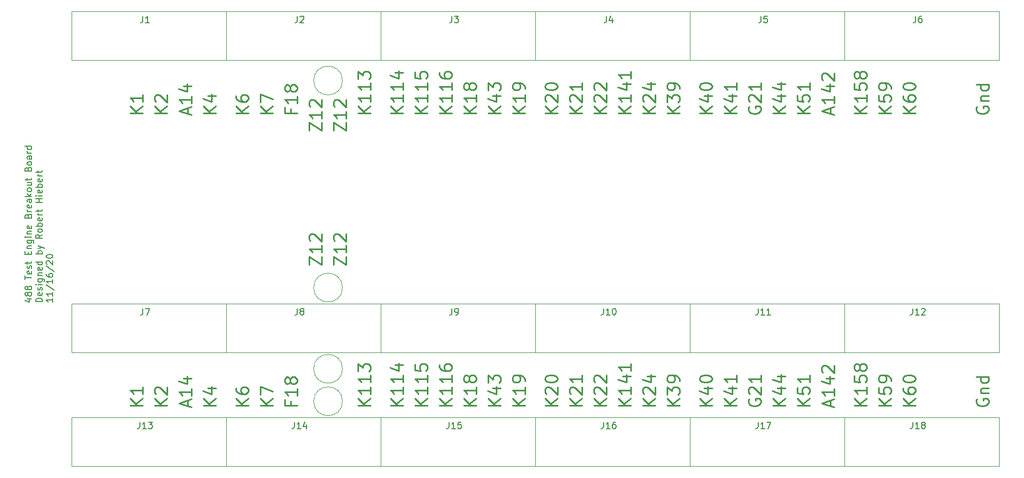
<source format=gbr>
%TF.GenerationSoftware,KiCad,Pcbnew,(5.1.6)-1*%
%TF.CreationDate,2020-11-26T15:33:51-08:00*%
%TF.ProjectId,Test Engine Breakout Board,54657374-2045-46e6-9769-6e6520427265,rev?*%
%TF.SameCoordinates,Original*%
%TF.FileFunction,Legend,Top*%
%TF.FilePolarity,Positive*%
%FSLAX46Y46*%
G04 Gerber Fmt 4.6, Leading zero omitted, Abs format (unit mm)*
G04 Created by KiCad (PCBNEW (5.1.6)-1) date 2020-11-26 15:33:51*
%MOMM*%
%LPD*%
G01*
G04 APERTURE LIST*
%ADD10C,0.150000*%
%ADD11C,0.254000*%
%ADD12C,0.120000*%
G04 APERTURE END LIST*
D10*
X61635714Y-88135833D02*
X62302380Y-88135833D01*
X61254761Y-88373928D02*
X61969047Y-88612023D01*
X61969047Y-87992976D01*
X61730952Y-87469166D02*
X61683333Y-87564404D01*
X61635714Y-87612023D01*
X61540476Y-87659642D01*
X61492857Y-87659642D01*
X61397619Y-87612023D01*
X61350000Y-87564404D01*
X61302380Y-87469166D01*
X61302380Y-87278690D01*
X61350000Y-87183452D01*
X61397619Y-87135833D01*
X61492857Y-87088214D01*
X61540476Y-87088214D01*
X61635714Y-87135833D01*
X61683333Y-87183452D01*
X61730952Y-87278690D01*
X61730952Y-87469166D01*
X61778571Y-87564404D01*
X61826190Y-87612023D01*
X61921428Y-87659642D01*
X62111904Y-87659642D01*
X62207142Y-87612023D01*
X62254761Y-87564404D01*
X62302380Y-87469166D01*
X62302380Y-87278690D01*
X62254761Y-87183452D01*
X62207142Y-87135833D01*
X62111904Y-87088214D01*
X61921428Y-87088214D01*
X61826190Y-87135833D01*
X61778571Y-87183452D01*
X61730952Y-87278690D01*
X61730952Y-86516785D02*
X61683333Y-86612023D01*
X61635714Y-86659642D01*
X61540476Y-86707261D01*
X61492857Y-86707261D01*
X61397619Y-86659642D01*
X61350000Y-86612023D01*
X61302380Y-86516785D01*
X61302380Y-86326309D01*
X61350000Y-86231071D01*
X61397619Y-86183452D01*
X61492857Y-86135833D01*
X61540476Y-86135833D01*
X61635714Y-86183452D01*
X61683333Y-86231071D01*
X61730952Y-86326309D01*
X61730952Y-86516785D01*
X61778571Y-86612023D01*
X61826190Y-86659642D01*
X61921428Y-86707261D01*
X62111904Y-86707261D01*
X62207142Y-86659642D01*
X62254761Y-86612023D01*
X62302380Y-86516785D01*
X62302380Y-86326309D01*
X62254761Y-86231071D01*
X62207142Y-86183452D01*
X62111904Y-86135833D01*
X61921428Y-86135833D01*
X61826190Y-86183452D01*
X61778571Y-86231071D01*
X61730952Y-86326309D01*
X61302380Y-85088214D02*
X61302380Y-84516785D01*
X62302380Y-84802500D02*
X61302380Y-84802500D01*
X62254761Y-83802500D02*
X62302380Y-83897738D01*
X62302380Y-84088214D01*
X62254761Y-84183452D01*
X62159523Y-84231071D01*
X61778571Y-84231071D01*
X61683333Y-84183452D01*
X61635714Y-84088214D01*
X61635714Y-83897738D01*
X61683333Y-83802500D01*
X61778571Y-83754880D01*
X61873809Y-83754880D01*
X61969047Y-84231071D01*
X62254761Y-83373928D02*
X62302380Y-83278690D01*
X62302380Y-83088214D01*
X62254761Y-82992976D01*
X62159523Y-82945357D01*
X62111904Y-82945357D01*
X62016666Y-82992976D01*
X61969047Y-83088214D01*
X61969047Y-83231071D01*
X61921428Y-83326309D01*
X61826190Y-83373928D01*
X61778571Y-83373928D01*
X61683333Y-83326309D01*
X61635714Y-83231071D01*
X61635714Y-83088214D01*
X61683333Y-82992976D01*
X61635714Y-82659642D02*
X61635714Y-82278690D01*
X61302380Y-82516785D02*
X62159523Y-82516785D01*
X62254761Y-82469166D01*
X62302380Y-82373928D01*
X62302380Y-82278690D01*
X61778571Y-81183452D02*
X61778571Y-80850119D01*
X62302380Y-80707261D02*
X62302380Y-81183452D01*
X61302380Y-81183452D01*
X61302380Y-80707261D01*
X61635714Y-80278690D02*
X62302380Y-80278690D01*
X61730952Y-80278690D02*
X61683333Y-80231071D01*
X61635714Y-80135833D01*
X61635714Y-79992976D01*
X61683333Y-79897738D01*
X61778571Y-79850119D01*
X62302380Y-79850119D01*
X61635714Y-78945357D02*
X62445238Y-78945357D01*
X62540476Y-78992976D01*
X62588095Y-79040595D01*
X62635714Y-79135833D01*
X62635714Y-79278690D01*
X62588095Y-79373928D01*
X62254761Y-78945357D02*
X62302380Y-79040595D01*
X62302380Y-79231071D01*
X62254761Y-79326309D01*
X62207142Y-79373928D01*
X62111904Y-79421547D01*
X61826190Y-79421547D01*
X61730952Y-79373928D01*
X61683333Y-79326309D01*
X61635714Y-79231071D01*
X61635714Y-79040595D01*
X61683333Y-78945357D01*
X62302380Y-78469166D02*
X61635714Y-78469166D01*
X61302380Y-78469166D02*
X61350000Y-78516785D01*
X61397619Y-78469166D01*
X61350000Y-78421547D01*
X61302380Y-78469166D01*
X61397619Y-78469166D01*
X61635714Y-77992976D02*
X62302380Y-77992976D01*
X61730952Y-77992976D02*
X61683333Y-77945357D01*
X61635714Y-77850119D01*
X61635714Y-77707261D01*
X61683333Y-77612023D01*
X61778571Y-77564404D01*
X62302380Y-77564404D01*
X62254761Y-76707261D02*
X62302380Y-76802500D01*
X62302380Y-76992976D01*
X62254761Y-77088214D01*
X62159523Y-77135833D01*
X61778571Y-77135833D01*
X61683333Y-77088214D01*
X61635714Y-76992976D01*
X61635714Y-76802500D01*
X61683333Y-76707261D01*
X61778571Y-76659642D01*
X61873809Y-76659642D01*
X61969047Y-77135833D01*
X61778571Y-75135833D02*
X61826190Y-74992976D01*
X61873809Y-74945357D01*
X61969047Y-74897738D01*
X62111904Y-74897738D01*
X62207142Y-74945357D01*
X62254761Y-74992976D01*
X62302380Y-75088214D01*
X62302380Y-75469166D01*
X61302380Y-75469166D01*
X61302380Y-75135833D01*
X61350000Y-75040595D01*
X61397619Y-74992976D01*
X61492857Y-74945357D01*
X61588095Y-74945357D01*
X61683333Y-74992976D01*
X61730952Y-75040595D01*
X61778571Y-75135833D01*
X61778571Y-75469166D01*
X62302380Y-74469166D02*
X61635714Y-74469166D01*
X61826190Y-74469166D02*
X61730952Y-74421547D01*
X61683333Y-74373928D01*
X61635714Y-74278690D01*
X61635714Y-74183452D01*
X62254761Y-73469166D02*
X62302380Y-73564404D01*
X62302380Y-73754880D01*
X62254761Y-73850119D01*
X62159523Y-73897738D01*
X61778571Y-73897738D01*
X61683333Y-73850119D01*
X61635714Y-73754880D01*
X61635714Y-73564404D01*
X61683333Y-73469166D01*
X61778571Y-73421547D01*
X61873809Y-73421547D01*
X61969047Y-73897738D01*
X62302380Y-72564404D02*
X61778571Y-72564404D01*
X61683333Y-72612023D01*
X61635714Y-72707261D01*
X61635714Y-72897738D01*
X61683333Y-72992976D01*
X62254761Y-72564404D02*
X62302380Y-72659642D01*
X62302380Y-72897738D01*
X62254761Y-72992976D01*
X62159523Y-73040595D01*
X62064285Y-73040595D01*
X61969047Y-72992976D01*
X61921428Y-72897738D01*
X61921428Y-72659642D01*
X61873809Y-72564404D01*
X62302380Y-72088214D02*
X61302380Y-72088214D01*
X61921428Y-71992976D02*
X62302380Y-71707261D01*
X61635714Y-71707261D02*
X62016666Y-72088214D01*
X62302380Y-71135833D02*
X62254761Y-71231071D01*
X62207142Y-71278690D01*
X62111904Y-71326309D01*
X61826190Y-71326309D01*
X61730952Y-71278690D01*
X61683333Y-71231071D01*
X61635714Y-71135833D01*
X61635714Y-70992976D01*
X61683333Y-70897738D01*
X61730952Y-70850119D01*
X61826190Y-70802500D01*
X62111904Y-70802500D01*
X62207142Y-70850119D01*
X62254761Y-70897738D01*
X62302380Y-70992976D01*
X62302380Y-71135833D01*
X61635714Y-69945357D02*
X62302380Y-69945357D01*
X61635714Y-70373928D02*
X62159523Y-70373928D01*
X62254761Y-70326309D01*
X62302380Y-70231071D01*
X62302380Y-70088214D01*
X62254761Y-69992976D01*
X62207142Y-69945357D01*
X61635714Y-69612023D02*
X61635714Y-69231071D01*
X61302380Y-69469166D02*
X62159523Y-69469166D01*
X62254761Y-69421547D01*
X62302380Y-69326309D01*
X62302380Y-69231071D01*
X61778571Y-67802500D02*
X61826190Y-67659642D01*
X61873809Y-67612023D01*
X61969047Y-67564404D01*
X62111904Y-67564404D01*
X62207142Y-67612023D01*
X62254761Y-67659642D01*
X62302380Y-67754880D01*
X62302380Y-68135833D01*
X61302380Y-68135833D01*
X61302380Y-67802500D01*
X61350000Y-67707261D01*
X61397619Y-67659642D01*
X61492857Y-67612023D01*
X61588095Y-67612023D01*
X61683333Y-67659642D01*
X61730952Y-67707261D01*
X61778571Y-67802500D01*
X61778571Y-68135833D01*
X62302380Y-66992976D02*
X62254761Y-67088214D01*
X62207142Y-67135833D01*
X62111904Y-67183452D01*
X61826190Y-67183452D01*
X61730952Y-67135833D01*
X61683333Y-67088214D01*
X61635714Y-66992976D01*
X61635714Y-66850119D01*
X61683333Y-66754880D01*
X61730952Y-66707261D01*
X61826190Y-66659642D01*
X62111904Y-66659642D01*
X62207142Y-66707261D01*
X62254761Y-66754880D01*
X62302380Y-66850119D01*
X62302380Y-66992976D01*
X62302380Y-65802500D02*
X61778571Y-65802500D01*
X61683333Y-65850119D01*
X61635714Y-65945357D01*
X61635714Y-66135833D01*
X61683333Y-66231071D01*
X62254761Y-65802500D02*
X62302380Y-65897738D01*
X62302380Y-66135833D01*
X62254761Y-66231071D01*
X62159523Y-66278690D01*
X62064285Y-66278690D01*
X61969047Y-66231071D01*
X61921428Y-66135833D01*
X61921428Y-65897738D01*
X61873809Y-65802500D01*
X62302380Y-65326309D02*
X61635714Y-65326309D01*
X61826190Y-65326309D02*
X61730952Y-65278690D01*
X61683333Y-65231071D01*
X61635714Y-65135833D01*
X61635714Y-65040595D01*
X62302380Y-64278690D02*
X61302380Y-64278690D01*
X62254761Y-64278690D02*
X62302380Y-64373928D01*
X62302380Y-64564404D01*
X62254761Y-64659642D01*
X62207142Y-64707261D01*
X62111904Y-64754880D01*
X61826190Y-64754880D01*
X61730952Y-64707261D01*
X61683333Y-64659642D01*
X61635714Y-64564404D01*
X61635714Y-64373928D01*
X61683333Y-64278690D01*
X63952380Y-88564404D02*
X62952380Y-88564404D01*
X62952380Y-88326309D01*
X63000000Y-88183452D01*
X63095238Y-88088214D01*
X63190476Y-88040595D01*
X63380952Y-87992976D01*
X63523809Y-87992976D01*
X63714285Y-88040595D01*
X63809523Y-88088214D01*
X63904761Y-88183452D01*
X63952380Y-88326309D01*
X63952380Y-88564404D01*
X63904761Y-87183452D02*
X63952380Y-87278690D01*
X63952380Y-87469166D01*
X63904761Y-87564404D01*
X63809523Y-87612023D01*
X63428571Y-87612023D01*
X63333333Y-87564404D01*
X63285714Y-87469166D01*
X63285714Y-87278690D01*
X63333333Y-87183452D01*
X63428571Y-87135833D01*
X63523809Y-87135833D01*
X63619047Y-87612023D01*
X63904761Y-86754880D02*
X63952380Y-86659642D01*
X63952380Y-86469166D01*
X63904761Y-86373928D01*
X63809523Y-86326309D01*
X63761904Y-86326309D01*
X63666666Y-86373928D01*
X63619047Y-86469166D01*
X63619047Y-86612023D01*
X63571428Y-86707261D01*
X63476190Y-86754880D01*
X63428571Y-86754880D01*
X63333333Y-86707261D01*
X63285714Y-86612023D01*
X63285714Y-86469166D01*
X63333333Y-86373928D01*
X63952380Y-85897738D02*
X63285714Y-85897738D01*
X62952380Y-85897738D02*
X63000000Y-85945357D01*
X63047619Y-85897738D01*
X63000000Y-85850119D01*
X62952380Y-85897738D01*
X63047619Y-85897738D01*
X63285714Y-84992976D02*
X64095238Y-84992976D01*
X64190476Y-85040595D01*
X64238095Y-85088214D01*
X64285714Y-85183452D01*
X64285714Y-85326309D01*
X64238095Y-85421547D01*
X63904761Y-84992976D02*
X63952380Y-85088214D01*
X63952380Y-85278690D01*
X63904761Y-85373928D01*
X63857142Y-85421547D01*
X63761904Y-85469166D01*
X63476190Y-85469166D01*
X63380952Y-85421547D01*
X63333333Y-85373928D01*
X63285714Y-85278690D01*
X63285714Y-85088214D01*
X63333333Y-84992976D01*
X63285714Y-84516785D02*
X63952380Y-84516785D01*
X63380952Y-84516785D02*
X63333333Y-84469166D01*
X63285714Y-84373928D01*
X63285714Y-84231071D01*
X63333333Y-84135833D01*
X63428571Y-84088214D01*
X63952380Y-84088214D01*
X63904761Y-83231071D02*
X63952380Y-83326309D01*
X63952380Y-83516785D01*
X63904761Y-83612023D01*
X63809523Y-83659642D01*
X63428571Y-83659642D01*
X63333333Y-83612023D01*
X63285714Y-83516785D01*
X63285714Y-83326309D01*
X63333333Y-83231071D01*
X63428571Y-83183452D01*
X63523809Y-83183452D01*
X63619047Y-83659642D01*
X63952380Y-82326309D02*
X62952380Y-82326309D01*
X63904761Y-82326309D02*
X63952380Y-82421547D01*
X63952380Y-82612023D01*
X63904761Y-82707261D01*
X63857142Y-82754880D01*
X63761904Y-82802500D01*
X63476190Y-82802500D01*
X63380952Y-82754880D01*
X63333333Y-82707261D01*
X63285714Y-82612023D01*
X63285714Y-82421547D01*
X63333333Y-82326309D01*
X63952380Y-81088214D02*
X62952380Y-81088214D01*
X63333333Y-81088214D02*
X63285714Y-80992976D01*
X63285714Y-80802500D01*
X63333333Y-80707261D01*
X63380952Y-80659642D01*
X63476190Y-80612023D01*
X63761904Y-80612023D01*
X63857142Y-80659642D01*
X63904761Y-80707261D01*
X63952380Y-80802500D01*
X63952380Y-80992976D01*
X63904761Y-81088214D01*
X63285714Y-80278690D02*
X63952380Y-80040595D01*
X63285714Y-79802500D02*
X63952380Y-80040595D01*
X64190476Y-80135833D01*
X64238095Y-80183452D01*
X64285714Y-80278690D01*
X63952380Y-78088214D02*
X63476190Y-78421547D01*
X63952380Y-78659642D02*
X62952380Y-78659642D01*
X62952380Y-78278690D01*
X63000000Y-78183452D01*
X63047619Y-78135833D01*
X63142857Y-78088214D01*
X63285714Y-78088214D01*
X63380952Y-78135833D01*
X63428571Y-78183452D01*
X63476190Y-78278690D01*
X63476190Y-78659642D01*
X63952380Y-77516785D02*
X63904761Y-77612023D01*
X63857142Y-77659642D01*
X63761904Y-77707261D01*
X63476190Y-77707261D01*
X63380952Y-77659642D01*
X63333333Y-77612023D01*
X63285714Y-77516785D01*
X63285714Y-77373928D01*
X63333333Y-77278690D01*
X63380952Y-77231071D01*
X63476190Y-77183452D01*
X63761904Y-77183452D01*
X63857142Y-77231071D01*
X63904761Y-77278690D01*
X63952380Y-77373928D01*
X63952380Y-77516785D01*
X63952380Y-76754880D02*
X62952380Y-76754880D01*
X63333333Y-76754880D02*
X63285714Y-76659642D01*
X63285714Y-76469166D01*
X63333333Y-76373928D01*
X63380952Y-76326309D01*
X63476190Y-76278690D01*
X63761904Y-76278690D01*
X63857142Y-76326309D01*
X63904761Y-76373928D01*
X63952380Y-76469166D01*
X63952380Y-76659642D01*
X63904761Y-76754880D01*
X63904761Y-75469166D02*
X63952380Y-75564404D01*
X63952380Y-75754880D01*
X63904761Y-75850119D01*
X63809523Y-75897738D01*
X63428571Y-75897738D01*
X63333333Y-75850119D01*
X63285714Y-75754880D01*
X63285714Y-75564404D01*
X63333333Y-75469166D01*
X63428571Y-75421547D01*
X63523809Y-75421547D01*
X63619047Y-75897738D01*
X63952380Y-74992976D02*
X63285714Y-74992976D01*
X63476190Y-74992976D02*
X63380952Y-74945357D01*
X63333333Y-74897738D01*
X63285714Y-74802500D01*
X63285714Y-74707261D01*
X63285714Y-74516785D02*
X63285714Y-74135833D01*
X62952380Y-74373928D02*
X63809523Y-74373928D01*
X63904761Y-74326309D01*
X63952380Y-74231071D01*
X63952380Y-74135833D01*
X63952380Y-73040595D02*
X62952380Y-73040595D01*
X63428571Y-73040595D02*
X63428571Y-72469166D01*
X63952380Y-72469166D02*
X62952380Y-72469166D01*
X63952380Y-71992976D02*
X63285714Y-71992976D01*
X62952380Y-71992976D02*
X63000000Y-72040595D01*
X63047619Y-71992976D01*
X63000000Y-71945357D01*
X62952380Y-71992976D01*
X63047619Y-71992976D01*
X63904761Y-71135833D02*
X63952380Y-71231071D01*
X63952380Y-71421547D01*
X63904761Y-71516785D01*
X63809523Y-71564404D01*
X63428571Y-71564404D01*
X63333333Y-71516785D01*
X63285714Y-71421547D01*
X63285714Y-71231071D01*
X63333333Y-71135833D01*
X63428571Y-71088214D01*
X63523809Y-71088214D01*
X63619047Y-71564404D01*
X63952380Y-70659642D02*
X62952380Y-70659642D01*
X63333333Y-70659642D02*
X63285714Y-70564404D01*
X63285714Y-70373928D01*
X63333333Y-70278690D01*
X63380952Y-70231071D01*
X63476190Y-70183452D01*
X63761904Y-70183452D01*
X63857142Y-70231071D01*
X63904761Y-70278690D01*
X63952380Y-70373928D01*
X63952380Y-70564404D01*
X63904761Y-70659642D01*
X63904761Y-69373928D02*
X63952380Y-69469166D01*
X63952380Y-69659642D01*
X63904761Y-69754880D01*
X63809523Y-69802500D01*
X63428571Y-69802500D01*
X63333333Y-69754880D01*
X63285714Y-69659642D01*
X63285714Y-69469166D01*
X63333333Y-69373928D01*
X63428571Y-69326309D01*
X63523809Y-69326309D01*
X63619047Y-69802500D01*
X63952380Y-68897738D02*
X63285714Y-68897738D01*
X63476190Y-68897738D02*
X63380952Y-68850119D01*
X63333333Y-68802500D01*
X63285714Y-68707261D01*
X63285714Y-68612023D01*
X63285714Y-68421547D02*
X63285714Y-68040595D01*
X62952380Y-68278690D02*
X63809523Y-68278690D01*
X63904761Y-68231071D01*
X63952380Y-68135833D01*
X63952380Y-68040595D01*
X65602380Y-88040595D02*
X65602380Y-88612023D01*
X65602380Y-88326309D02*
X64602380Y-88326309D01*
X64745238Y-88421547D01*
X64840476Y-88516785D01*
X64888095Y-88612023D01*
X65602380Y-87088214D02*
X65602380Y-87659642D01*
X65602380Y-87373928D02*
X64602380Y-87373928D01*
X64745238Y-87469166D01*
X64840476Y-87564404D01*
X64888095Y-87659642D01*
X64554761Y-85945357D02*
X65840476Y-86802500D01*
X65602380Y-85088214D02*
X65602380Y-85659642D01*
X65602380Y-85373928D02*
X64602380Y-85373928D01*
X64745238Y-85469166D01*
X64840476Y-85564404D01*
X64888095Y-85659642D01*
X64602380Y-84231071D02*
X64602380Y-84421547D01*
X64650000Y-84516785D01*
X64697619Y-84564404D01*
X64840476Y-84659642D01*
X65030952Y-84707261D01*
X65411904Y-84707261D01*
X65507142Y-84659642D01*
X65554761Y-84612023D01*
X65602380Y-84516785D01*
X65602380Y-84326309D01*
X65554761Y-84231071D01*
X65507142Y-84183452D01*
X65411904Y-84135833D01*
X65173809Y-84135833D01*
X65078571Y-84183452D01*
X65030952Y-84231071D01*
X64983333Y-84326309D01*
X64983333Y-84516785D01*
X65030952Y-84612023D01*
X65078571Y-84659642D01*
X65173809Y-84707261D01*
X64554761Y-82992976D02*
X65840476Y-83850119D01*
X64697619Y-82707261D02*
X64650000Y-82659642D01*
X64602380Y-82564404D01*
X64602380Y-82326309D01*
X64650000Y-82231071D01*
X64697619Y-82183452D01*
X64792857Y-82135833D01*
X64888095Y-82135833D01*
X65030952Y-82183452D01*
X65602380Y-82754880D01*
X65602380Y-82135833D01*
X64602380Y-81516785D02*
X64602380Y-81421547D01*
X64650000Y-81326309D01*
X64697619Y-81278690D01*
X64792857Y-81231071D01*
X64983333Y-81183452D01*
X65221428Y-81183452D01*
X65411904Y-81231071D01*
X65507142Y-81278690D01*
X65554761Y-81326309D01*
X65602380Y-81421547D01*
X65602380Y-81516785D01*
X65554761Y-81612023D01*
X65507142Y-81659642D01*
X65411904Y-81707261D01*
X65221428Y-81754880D01*
X64983333Y-81754880D01*
X64792857Y-81707261D01*
X64697619Y-81659642D01*
X64650000Y-81612023D01*
X64602380Y-81516785D01*
D11*
X209867500Y-58073471D02*
X209776785Y-58254900D01*
X209776785Y-58527042D01*
X209867500Y-58799185D01*
X210048928Y-58980614D01*
X210230357Y-59071328D01*
X210593214Y-59162042D01*
X210865357Y-59162042D01*
X211228214Y-59071328D01*
X211409642Y-58980614D01*
X211591071Y-58799185D01*
X211681785Y-58527042D01*
X211681785Y-58345614D01*
X211591071Y-58073471D01*
X211500357Y-57982757D01*
X210865357Y-57982757D01*
X210865357Y-58345614D01*
X210411785Y-57166328D02*
X211681785Y-57166328D01*
X210593214Y-57166328D02*
X210502500Y-57075614D01*
X210411785Y-56894185D01*
X210411785Y-56622042D01*
X210502500Y-56440614D01*
X210683928Y-56349900D01*
X211681785Y-56349900D01*
X211681785Y-54626328D02*
X209776785Y-54626328D01*
X211591071Y-54626328D02*
X211681785Y-54807757D01*
X211681785Y-55170614D01*
X211591071Y-55352042D01*
X211500357Y-55442757D01*
X211318928Y-55533471D01*
X210774642Y-55533471D01*
X210593214Y-55442757D01*
X210502500Y-55352042D01*
X210411785Y-55170614D01*
X210411785Y-54807757D01*
X210502500Y-54626328D01*
X200251785Y-59071328D02*
X198346785Y-59071328D01*
X200251785Y-57982757D02*
X199163214Y-58799185D01*
X198346785Y-57982757D02*
X199435357Y-59071328D01*
X198346785Y-56349900D02*
X198346785Y-56712757D01*
X198437500Y-56894185D01*
X198528214Y-56984900D01*
X198800357Y-57166328D01*
X199163214Y-57257042D01*
X199888928Y-57257042D01*
X200070357Y-57166328D01*
X200161071Y-57075614D01*
X200251785Y-56894185D01*
X200251785Y-56531328D01*
X200161071Y-56349900D01*
X200070357Y-56259185D01*
X199888928Y-56168471D01*
X199435357Y-56168471D01*
X199253928Y-56259185D01*
X199163214Y-56349900D01*
X199072500Y-56531328D01*
X199072500Y-56894185D01*
X199163214Y-57075614D01*
X199253928Y-57166328D01*
X199435357Y-57257042D01*
X198346785Y-54989185D02*
X198346785Y-54807757D01*
X198437500Y-54626328D01*
X198528214Y-54535614D01*
X198709642Y-54444900D01*
X199072500Y-54354185D01*
X199526071Y-54354185D01*
X199888928Y-54444900D01*
X200070357Y-54535614D01*
X200161071Y-54626328D01*
X200251785Y-54807757D01*
X200251785Y-54989185D01*
X200161071Y-55170614D01*
X200070357Y-55261328D01*
X199888928Y-55352042D01*
X199526071Y-55442757D01*
X199072500Y-55442757D01*
X198709642Y-55352042D01*
X198528214Y-55261328D01*
X198437500Y-55170614D01*
X198346785Y-54989185D01*
X196441785Y-59071328D02*
X194536785Y-59071328D01*
X196441785Y-57982757D02*
X195353214Y-58799185D01*
X194536785Y-57982757D02*
X195625357Y-59071328D01*
X194536785Y-56259185D02*
X194536785Y-57166328D01*
X195443928Y-57257042D01*
X195353214Y-57166328D01*
X195262500Y-56984900D01*
X195262500Y-56531328D01*
X195353214Y-56349900D01*
X195443928Y-56259185D01*
X195625357Y-56168471D01*
X196078928Y-56168471D01*
X196260357Y-56259185D01*
X196351071Y-56349900D01*
X196441785Y-56531328D01*
X196441785Y-56984900D01*
X196351071Y-57166328D01*
X196260357Y-57257042D01*
X196441785Y-55261328D02*
X196441785Y-54898471D01*
X196351071Y-54717042D01*
X196260357Y-54626328D01*
X195988214Y-54444900D01*
X195625357Y-54354185D01*
X194899642Y-54354185D01*
X194718214Y-54444900D01*
X194627500Y-54535614D01*
X194536785Y-54717042D01*
X194536785Y-55079900D01*
X194627500Y-55261328D01*
X194718214Y-55352042D01*
X194899642Y-55442757D01*
X195353214Y-55442757D01*
X195534642Y-55352042D01*
X195625357Y-55261328D01*
X195716071Y-55079900D01*
X195716071Y-54717042D01*
X195625357Y-54535614D01*
X195534642Y-54444900D01*
X195353214Y-54354185D01*
X192631785Y-59071328D02*
X190726785Y-59071328D01*
X192631785Y-57982757D02*
X191543214Y-58799185D01*
X190726785Y-57982757D02*
X191815357Y-59071328D01*
X192631785Y-56168471D02*
X192631785Y-57257042D01*
X192631785Y-56712757D02*
X190726785Y-56712757D01*
X190998928Y-56894185D01*
X191180357Y-57075614D01*
X191271071Y-57257042D01*
X190726785Y-54444900D02*
X190726785Y-55352042D01*
X191633928Y-55442757D01*
X191543214Y-55352042D01*
X191452500Y-55170614D01*
X191452500Y-54717042D01*
X191543214Y-54535614D01*
X191633928Y-54444900D01*
X191815357Y-54354185D01*
X192268928Y-54354185D01*
X192450357Y-54444900D01*
X192541071Y-54535614D01*
X192631785Y-54717042D01*
X192631785Y-55170614D01*
X192541071Y-55352042D01*
X192450357Y-55442757D01*
X191543214Y-53265614D02*
X191452500Y-53447042D01*
X191361785Y-53537757D01*
X191180357Y-53628471D01*
X191089642Y-53628471D01*
X190908214Y-53537757D01*
X190817500Y-53447042D01*
X190726785Y-53265614D01*
X190726785Y-52902757D01*
X190817500Y-52721328D01*
X190908214Y-52630614D01*
X191089642Y-52539900D01*
X191180357Y-52539900D01*
X191361785Y-52630614D01*
X191452500Y-52721328D01*
X191543214Y-52902757D01*
X191543214Y-53265614D01*
X191633928Y-53447042D01*
X191724642Y-53537757D01*
X191906071Y-53628471D01*
X192268928Y-53628471D01*
X192450357Y-53537757D01*
X192541071Y-53447042D01*
X192631785Y-53265614D01*
X192631785Y-52902757D01*
X192541071Y-52721328D01*
X192450357Y-52630614D01*
X192268928Y-52539900D01*
X191906071Y-52539900D01*
X191724642Y-52630614D01*
X191633928Y-52721328D01*
X191543214Y-52902757D01*
X187007500Y-59162042D02*
X187007500Y-58254900D01*
X187551785Y-59343471D02*
X185646785Y-58708471D01*
X187551785Y-58073471D01*
X187551785Y-56440614D02*
X187551785Y-57529185D01*
X187551785Y-56984900D02*
X185646785Y-56984900D01*
X185918928Y-57166328D01*
X186100357Y-57347757D01*
X186191071Y-57529185D01*
X186281785Y-54807757D02*
X187551785Y-54807757D01*
X185556071Y-55261328D02*
X186916785Y-55714900D01*
X186916785Y-54535614D01*
X185828214Y-53900614D02*
X185737500Y-53809900D01*
X185646785Y-53628471D01*
X185646785Y-53174900D01*
X185737500Y-52993471D01*
X185828214Y-52902757D01*
X186009642Y-52812042D01*
X186191071Y-52812042D01*
X186463214Y-52902757D01*
X187551785Y-53991328D01*
X187551785Y-52812042D01*
X179931785Y-59071328D02*
X178026785Y-59071328D01*
X179931785Y-57982757D02*
X178843214Y-58799185D01*
X178026785Y-57982757D02*
X179115357Y-59071328D01*
X178661785Y-56349900D02*
X179931785Y-56349900D01*
X177936071Y-56803471D02*
X179296785Y-57257042D01*
X179296785Y-56077757D01*
X178661785Y-54535614D02*
X179931785Y-54535614D01*
X177936071Y-54989185D02*
X179296785Y-55442757D01*
X179296785Y-54263471D01*
X183741785Y-59071328D02*
X181836785Y-59071328D01*
X183741785Y-57982757D02*
X182653214Y-58799185D01*
X181836785Y-57982757D02*
X182925357Y-59071328D01*
X181836785Y-56259185D02*
X181836785Y-57166328D01*
X182743928Y-57257042D01*
X182653214Y-57166328D01*
X182562500Y-56984900D01*
X182562500Y-56531328D01*
X182653214Y-56349900D01*
X182743928Y-56259185D01*
X182925357Y-56168471D01*
X183378928Y-56168471D01*
X183560357Y-56259185D01*
X183651071Y-56349900D01*
X183741785Y-56531328D01*
X183741785Y-56984900D01*
X183651071Y-57166328D01*
X183560357Y-57257042D01*
X183741785Y-54354185D02*
X183741785Y-55442757D01*
X183741785Y-54898471D02*
X181836785Y-54898471D01*
X182108928Y-55079900D01*
X182290357Y-55261328D01*
X182381071Y-55442757D01*
X174307500Y-58073471D02*
X174216785Y-58254900D01*
X174216785Y-58527042D01*
X174307500Y-58799185D01*
X174488928Y-58980614D01*
X174670357Y-59071328D01*
X175033214Y-59162042D01*
X175305357Y-59162042D01*
X175668214Y-59071328D01*
X175849642Y-58980614D01*
X176031071Y-58799185D01*
X176121785Y-58527042D01*
X176121785Y-58345614D01*
X176031071Y-58073471D01*
X175940357Y-57982757D01*
X175305357Y-57982757D01*
X175305357Y-58345614D01*
X174398214Y-57257042D02*
X174307500Y-57166328D01*
X174216785Y-56984900D01*
X174216785Y-56531328D01*
X174307500Y-56349900D01*
X174398214Y-56259185D01*
X174579642Y-56168471D01*
X174761071Y-56168471D01*
X175033214Y-56259185D01*
X176121785Y-57347757D01*
X176121785Y-56168471D01*
X176121785Y-54354185D02*
X176121785Y-55442757D01*
X176121785Y-54898471D02*
X174216785Y-54898471D01*
X174488928Y-55079900D01*
X174670357Y-55261328D01*
X174761071Y-55442757D01*
X172311785Y-59071328D02*
X170406785Y-59071328D01*
X172311785Y-57982757D02*
X171223214Y-58799185D01*
X170406785Y-57982757D02*
X171495357Y-59071328D01*
X171041785Y-56349900D02*
X172311785Y-56349900D01*
X170316071Y-56803471D02*
X171676785Y-57257042D01*
X171676785Y-56077757D01*
X172311785Y-54354185D02*
X172311785Y-55442757D01*
X172311785Y-54898471D02*
X170406785Y-54898471D01*
X170678928Y-55079900D01*
X170860357Y-55261328D01*
X170951071Y-55442757D01*
X168501785Y-59071328D02*
X166596785Y-59071328D01*
X168501785Y-57982757D02*
X167413214Y-58799185D01*
X166596785Y-57982757D02*
X167685357Y-59071328D01*
X167231785Y-56349900D02*
X168501785Y-56349900D01*
X166506071Y-56803471D02*
X167866785Y-57257042D01*
X167866785Y-56077757D01*
X166596785Y-54989185D02*
X166596785Y-54807757D01*
X166687500Y-54626328D01*
X166778214Y-54535614D01*
X166959642Y-54444900D01*
X167322500Y-54354185D01*
X167776071Y-54354185D01*
X168138928Y-54444900D01*
X168320357Y-54535614D01*
X168411071Y-54626328D01*
X168501785Y-54807757D01*
X168501785Y-54989185D01*
X168411071Y-55170614D01*
X168320357Y-55261328D01*
X168138928Y-55352042D01*
X167776071Y-55442757D01*
X167322500Y-55442757D01*
X166959642Y-55352042D01*
X166778214Y-55261328D01*
X166687500Y-55170614D01*
X166596785Y-54989185D01*
X163421785Y-59071328D02*
X161516785Y-59071328D01*
X163421785Y-57982757D02*
X162333214Y-58799185D01*
X161516785Y-57982757D02*
X162605357Y-59071328D01*
X161516785Y-57347757D02*
X161516785Y-56168471D01*
X162242500Y-56803471D01*
X162242500Y-56531328D01*
X162333214Y-56349900D01*
X162423928Y-56259185D01*
X162605357Y-56168471D01*
X163058928Y-56168471D01*
X163240357Y-56259185D01*
X163331071Y-56349900D01*
X163421785Y-56531328D01*
X163421785Y-57075614D01*
X163331071Y-57257042D01*
X163240357Y-57347757D01*
X163421785Y-55261328D02*
X163421785Y-54898471D01*
X163331071Y-54717042D01*
X163240357Y-54626328D01*
X162968214Y-54444900D01*
X162605357Y-54354185D01*
X161879642Y-54354185D01*
X161698214Y-54444900D01*
X161607500Y-54535614D01*
X161516785Y-54717042D01*
X161516785Y-55079900D01*
X161607500Y-55261328D01*
X161698214Y-55352042D01*
X161879642Y-55442757D01*
X162333214Y-55442757D01*
X162514642Y-55352042D01*
X162605357Y-55261328D01*
X162696071Y-55079900D01*
X162696071Y-54717042D01*
X162605357Y-54535614D01*
X162514642Y-54444900D01*
X162333214Y-54354185D01*
X159611785Y-59071328D02*
X157706785Y-59071328D01*
X159611785Y-57982757D02*
X158523214Y-58799185D01*
X157706785Y-57982757D02*
X158795357Y-59071328D01*
X157888214Y-57257042D02*
X157797500Y-57166328D01*
X157706785Y-56984900D01*
X157706785Y-56531328D01*
X157797500Y-56349900D01*
X157888214Y-56259185D01*
X158069642Y-56168471D01*
X158251071Y-56168471D01*
X158523214Y-56259185D01*
X159611785Y-57347757D01*
X159611785Y-56168471D01*
X158341785Y-54535614D02*
X159611785Y-54535614D01*
X157616071Y-54989185D02*
X158976785Y-55442757D01*
X158976785Y-54263471D01*
X155801785Y-59071328D02*
X153896785Y-59071328D01*
X155801785Y-57982757D02*
X154713214Y-58799185D01*
X153896785Y-57982757D02*
X154985357Y-59071328D01*
X155801785Y-56168471D02*
X155801785Y-57257042D01*
X155801785Y-56712757D02*
X153896785Y-56712757D01*
X154168928Y-56894185D01*
X154350357Y-57075614D01*
X154441071Y-57257042D01*
X154531785Y-54535614D02*
X155801785Y-54535614D01*
X153806071Y-54989185D02*
X155166785Y-55442757D01*
X155166785Y-54263471D01*
X155801785Y-52539900D02*
X155801785Y-53628471D01*
X155801785Y-53084185D02*
X153896785Y-53084185D01*
X154168928Y-53265614D01*
X154350357Y-53447042D01*
X154441071Y-53628471D01*
X151991785Y-59071328D02*
X150086785Y-59071328D01*
X151991785Y-57982757D02*
X150903214Y-58799185D01*
X150086785Y-57982757D02*
X151175357Y-59071328D01*
X150268214Y-57257042D02*
X150177500Y-57166328D01*
X150086785Y-56984900D01*
X150086785Y-56531328D01*
X150177500Y-56349900D01*
X150268214Y-56259185D01*
X150449642Y-56168471D01*
X150631071Y-56168471D01*
X150903214Y-56259185D01*
X151991785Y-57347757D01*
X151991785Y-56168471D01*
X150268214Y-55442757D02*
X150177500Y-55352042D01*
X150086785Y-55170614D01*
X150086785Y-54717042D01*
X150177500Y-54535614D01*
X150268214Y-54444900D01*
X150449642Y-54354185D01*
X150631071Y-54354185D01*
X150903214Y-54444900D01*
X151991785Y-55533471D01*
X151991785Y-54354185D01*
X148181785Y-59071328D02*
X146276785Y-59071328D01*
X148181785Y-57982757D02*
X147093214Y-58799185D01*
X146276785Y-57982757D02*
X147365357Y-59071328D01*
X146458214Y-57257042D02*
X146367500Y-57166328D01*
X146276785Y-56984900D01*
X146276785Y-56531328D01*
X146367500Y-56349900D01*
X146458214Y-56259185D01*
X146639642Y-56168471D01*
X146821071Y-56168471D01*
X147093214Y-56259185D01*
X148181785Y-57347757D01*
X148181785Y-56168471D01*
X148181785Y-54354185D02*
X148181785Y-55442757D01*
X148181785Y-54898471D02*
X146276785Y-54898471D01*
X146548928Y-55079900D01*
X146730357Y-55261328D01*
X146821071Y-55442757D01*
X144371785Y-59071328D02*
X142466785Y-59071328D01*
X144371785Y-57982757D02*
X143283214Y-58799185D01*
X142466785Y-57982757D02*
X143555357Y-59071328D01*
X142648214Y-57257042D02*
X142557500Y-57166328D01*
X142466785Y-56984900D01*
X142466785Y-56531328D01*
X142557500Y-56349900D01*
X142648214Y-56259185D01*
X142829642Y-56168471D01*
X143011071Y-56168471D01*
X143283214Y-56259185D01*
X144371785Y-57347757D01*
X144371785Y-56168471D01*
X142466785Y-54989185D02*
X142466785Y-54807757D01*
X142557500Y-54626328D01*
X142648214Y-54535614D01*
X142829642Y-54444900D01*
X143192500Y-54354185D01*
X143646071Y-54354185D01*
X144008928Y-54444900D01*
X144190357Y-54535614D01*
X144281071Y-54626328D01*
X144371785Y-54807757D01*
X144371785Y-54989185D01*
X144281071Y-55170614D01*
X144190357Y-55261328D01*
X144008928Y-55352042D01*
X143646071Y-55442757D01*
X143192500Y-55442757D01*
X142829642Y-55352042D01*
X142648214Y-55261328D01*
X142557500Y-55170614D01*
X142466785Y-54989185D01*
X139291785Y-59071328D02*
X137386785Y-59071328D01*
X139291785Y-57982757D02*
X138203214Y-58799185D01*
X137386785Y-57982757D02*
X138475357Y-59071328D01*
X139291785Y-56168471D02*
X139291785Y-57257042D01*
X139291785Y-56712757D02*
X137386785Y-56712757D01*
X137658928Y-56894185D01*
X137840357Y-57075614D01*
X137931071Y-57257042D01*
X139291785Y-55261328D02*
X139291785Y-54898471D01*
X139201071Y-54717042D01*
X139110357Y-54626328D01*
X138838214Y-54444900D01*
X138475357Y-54354185D01*
X137749642Y-54354185D01*
X137568214Y-54444900D01*
X137477500Y-54535614D01*
X137386785Y-54717042D01*
X137386785Y-55079900D01*
X137477500Y-55261328D01*
X137568214Y-55352042D01*
X137749642Y-55442757D01*
X138203214Y-55442757D01*
X138384642Y-55352042D01*
X138475357Y-55261328D01*
X138566071Y-55079900D01*
X138566071Y-54717042D01*
X138475357Y-54535614D01*
X138384642Y-54444900D01*
X138203214Y-54354185D01*
X135481785Y-59071328D02*
X133576785Y-59071328D01*
X135481785Y-57982757D02*
X134393214Y-58799185D01*
X133576785Y-57982757D02*
X134665357Y-59071328D01*
X134211785Y-56349900D02*
X135481785Y-56349900D01*
X133486071Y-56803471D02*
X134846785Y-57257042D01*
X134846785Y-56077757D01*
X133576785Y-55533471D02*
X133576785Y-54354185D01*
X134302500Y-54989185D01*
X134302500Y-54717042D01*
X134393214Y-54535614D01*
X134483928Y-54444900D01*
X134665357Y-54354185D01*
X135118928Y-54354185D01*
X135300357Y-54444900D01*
X135391071Y-54535614D01*
X135481785Y-54717042D01*
X135481785Y-55261328D01*
X135391071Y-55442757D01*
X135300357Y-55533471D01*
X131671785Y-59071328D02*
X129766785Y-59071328D01*
X131671785Y-57982757D02*
X130583214Y-58799185D01*
X129766785Y-57982757D02*
X130855357Y-59071328D01*
X131671785Y-56168471D02*
X131671785Y-57257042D01*
X131671785Y-56712757D02*
X129766785Y-56712757D01*
X130038928Y-56894185D01*
X130220357Y-57075614D01*
X130311071Y-57257042D01*
X130583214Y-55079900D02*
X130492500Y-55261328D01*
X130401785Y-55352042D01*
X130220357Y-55442757D01*
X130129642Y-55442757D01*
X129948214Y-55352042D01*
X129857500Y-55261328D01*
X129766785Y-55079900D01*
X129766785Y-54717042D01*
X129857500Y-54535614D01*
X129948214Y-54444900D01*
X130129642Y-54354185D01*
X130220357Y-54354185D01*
X130401785Y-54444900D01*
X130492500Y-54535614D01*
X130583214Y-54717042D01*
X130583214Y-55079900D01*
X130673928Y-55261328D01*
X130764642Y-55352042D01*
X130946071Y-55442757D01*
X131308928Y-55442757D01*
X131490357Y-55352042D01*
X131581071Y-55261328D01*
X131671785Y-55079900D01*
X131671785Y-54717042D01*
X131581071Y-54535614D01*
X131490357Y-54444900D01*
X131308928Y-54354185D01*
X130946071Y-54354185D01*
X130764642Y-54444900D01*
X130673928Y-54535614D01*
X130583214Y-54717042D01*
X127861785Y-59071328D02*
X125956785Y-59071328D01*
X127861785Y-57982757D02*
X126773214Y-58799185D01*
X125956785Y-57982757D02*
X127045357Y-59071328D01*
X127861785Y-56168471D02*
X127861785Y-57257042D01*
X127861785Y-56712757D02*
X125956785Y-56712757D01*
X126228928Y-56894185D01*
X126410357Y-57075614D01*
X126501071Y-57257042D01*
X127861785Y-54354185D02*
X127861785Y-55442757D01*
X127861785Y-54898471D02*
X125956785Y-54898471D01*
X126228928Y-55079900D01*
X126410357Y-55261328D01*
X126501071Y-55442757D01*
X125956785Y-52721328D02*
X125956785Y-53084185D01*
X126047500Y-53265614D01*
X126138214Y-53356328D01*
X126410357Y-53537757D01*
X126773214Y-53628471D01*
X127498928Y-53628471D01*
X127680357Y-53537757D01*
X127771071Y-53447042D01*
X127861785Y-53265614D01*
X127861785Y-52902757D01*
X127771071Y-52721328D01*
X127680357Y-52630614D01*
X127498928Y-52539900D01*
X127045357Y-52539900D01*
X126863928Y-52630614D01*
X126773214Y-52721328D01*
X126682500Y-52902757D01*
X126682500Y-53265614D01*
X126773214Y-53447042D01*
X126863928Y-53537757D01*
X127045357Y-53628471D01*
X124051785Y-59071328D02*
X122146785Y-59071328D01*
X124051785Y-57982757D02*
X122963214Y-58799185D01*
X122146785Y-57982757D02*
X123235357Y-59071328D01*
X124051785Y-56168471D02*
X124051785Y-57257042D01*
X124051785Y-56712757D02*
X122146785Y-56712757D01*
X122418928Y-56894185D01*
X122600357Y-57075614D01*
X122691071Y-57257042D01*
X124051785Y-54354185D02*
X124051785Y-55442757D01*
X124051785Y-54898471D02*
X122146785Y-54898471D01*
X122418928Y-55079900D01*
X122600357Y-55261328D01*
X122691071Y-55442757D01*
X122146785Y-52630614D02*
X122146785Y-53537757D01*
X123053928Y-53628471D01*
X122963214Y-53537757D01*
X122872500Y-53356328D01*
X122872500Y-52902757D01*
X122963214Y-52721328D01*
X123053928Y-52630614D01*
X123235357Y-52539900D01*
X123688928Y-52539900D01*
X123870357Y-52630614D01*
X123961071Y-52721328D01*
X124051785Y-52902757D01*
X124051785Y-53356328D01*
X123961071Y-53537757D01*
X123870357Y-53628471D01*
X86677500Y-59162042D02*
X86677500Y-58254900D01*
X87221785Y-59343471D02*
X85316785Y-58708471D01*
X87221785Y-58073471D01*
X87221785Y-56440614D02*
X87221785Y-57529185D01*
X87221785Y-56984900D02*
X85316785Y-56984900D01*
X85588928Y-57166328D01*
X85770357Y-57347757D01*
X85861071Y-57529185D01*
X85951785Y-54807757D02*
X87221785Y-54807757D01*
X85226071Y-55261328D02*
X86586785Y-55714900D01*
X86586785Y-54535614D01*
X91031785Y-59071328D02*
X89126785Y-59071328D01*
X91031785Y-57982757D02*
X89943214Y-58799185D01*
X89126785Y-57982757D02*
X90215357Y-59071328D01*
X89761785Y-56349900D02*
X91031785Y-56349900D01*
X89036071Y-56803471D02*
X90396785Y-57257042D01*
X90396785Y-56077757D01*
X96111785Y-59071328D02*
X94206785Y-59071328D01*
X96111785Y-57982757D02*
X95023214Y-58799185D01*
X94206785Y-57982757D02*
X95295357Y-59071328D01*
X94206785Y-56349900D02*
X94206785Y-56712757D01*
X94297500Y-56894185D01*
X94388214Y-56984900D01*
X94660357Y-57166328D01*
X95023214Y-57257042D01*
X95748928Y-57257042D01*
X95930357Y-57166328D01*
X96021071Y-57075614D01*
X96111785Y-56894185D01*
X96111785Y-56531328D01*
X96021071Y-56349900D01*
X95930357Y-56259185D01*
X95748928Y-56168471D01*
X95295357Y-56168471D01*
X95113928Y-56259185D01*
X95023214Y-56349900D01*
X94932500Y-56531328D01*
X94932500Y-56894185D01*
X95023214Y-57075614D01*
X95113928Y-57166328D01*
X95295357Y-57257042D01*
X99921785Y-59071328D02*
X98016785Y-59071328D01*
X99921785Y-57982757D02*
X98833214Y-58799185D01*
X98016785Y-57982757D02*
X99105357Y-59071328D01*
X98016785Y-57347757D02*
X98016785Y-56077757D01*
X99921785Y-56894185D01*
X102733928Y-58436328D02*
X102733928Y-59071328D01*
X103731785Y-59071328D02*
X101826785Y-59071328D01*
X101826785Y-58164185D01*
X103731785Y-56440614D02*
X103731785Y-57529185D01*
X103731785Y-56984900D02*
X101826785Y-56984900D01*
X102098928Y-57166328D01*
X102280357Y-57347757D01*
X102371071Y-57529185D01*
X102643214Y-55352042D02*
X102552500Y-55533471D01*
X102461785Y-55624185D01*
X102280357Y-55714900D01*
X102189642Y-55714900D01*
X102008214Y-55624185D01*
X101917500Y-55533471D01*
X101826785Y-55352042D01*
X101826785Y-54989185D01*
X101917500Y-54807757D01*
X102008214Y-54717042D01*
X102189642Y-54626328D01*
X102280357Y-54626328D01*
X102461785Y-54717042D01*
X102552500Y-54807757D01*
X102643214Y-54989185D01*
X102643214Y-55352042D01*
X102733928Y-55533471D01*
X102824642Y-55624185D01*
X103006071Y-55714900D01*
X103368928Y-55714900D01*
X103550357Y-55624185D01*
X103641071Y-55533471D01*
X103731785Y-55352042D01*
X103731785Y-54989185D01*
X103641071Y-54807757D01*
X103550357Y-54717042D01*
X103368928Y-54626328D01*
X103006071Y-54626328D01*
X102824642Y-54717042D01*
X102733928Y-54807757D01*
X102643214Y-54989185D01*
X105636785Y-61792757D02*
X105636785Y-60522757D01*
X107541785Y-61792757D01*
X107541785Y-60522757D01*
X107541785Y-58799185D02*
X107541785Y-59887757D01*
X107541785Y-59343471D02*
X105636785Y-59343471D01*
X105908928Y-59524900D01*
X106090357Y-59706328D01*
X106181071Y-59887757D01*
X105818214Y-58073471D02*
X105727500Y-57982757D01*
X105636785Y-57801328D01*
X105636785Y-57347757D01*
X105727500Y-57166328D01*
X105818214Y-57075614D01*
X105999642Y-56984900D01*
X106181071Y-56984900D01*
X106453214Y-57075614D01*
X107541785Y-58164185D01*
X107541785Y-56984900D01*
X109446785Y-61792757D02*
X109446785Y-60522757D01*
X111351785Y-61792757D01*
X111351785Y-60522757D01*
X111351785Y-58799185D02*
X111351785Y-59887757D01*
X111351785Y-59343471D02*
X109446785Y-59343471D01*
X109718928Y-59524900D01*
X109900357Y-59706328D01*
X109991071Y-59887757D01*
X109628214Y-58073471D02*
X109537500Y-57982757D01*
X109446785Y-57801328D01*
X109446785Y-57347757D01*
X109537500Y-57166328D01*
X109628214Y-57075614D01*
X109809642Y-56984900D01*
X109991071Y-56984900D01*
X110263214Y-57075614D01*
X111351785Y-58164185D01*
X111351785Y-56984900D01*
X115161785Y-59071328D02*
X113256785Y-59071328D01*
X115161785Y-57982757D02*
X114073214Y-58799185D01*
X113256785Y-57982757D02*
X114345357Y-59071328D01*
X115161785Y-56168471D02*
X115161785Y-57257042D01*
X115161785Y-56712757D02*
X113256785Y-56712757D01*
X113528928Y-56894185D01*
X113710357Y-57075614D01*
X113801071Y-57257042D01*
X115161785Y-54354185D02*
X115161785Y-55442757D01*
X115161785Y-54898471D02*
X113256785Y-54898471D01*
X113528928Y-55079900D01*
X113710357Y-55261328D01*
X113801071Y-55442757D01*
X113256785Y-53719185D02*
X113256785Y-52539900D01*
X113982500Y-53174900D01*
X113982500Y-52902757D01*
X114073214Y-52721328D01*
X114163928Y-52630614D01*
X114345357Y-52539900D01*
X114798928Y-52539900D01*
X114980357Y-52630614D01*
X115071071Y-52721328D01*
X115161785Y-52902757D01*
X115161785Y-53447042D01*
X115071071Y-53628471D01*
X114980357Y-53719185D01*
X120241785Y-59071328D02*
X118336785Y-59071328D01*
X120241785Y-57982757D02*
X119153214Y-58799185D01*
X118336785Y-57982757D02*
X119425357Y-59071328D01*
X120241785Y-56168471D02*
X120241785Y-57257042D01*
X120241785Y-56712757D02*
X118336785Y-56712757D01*
X118608928Y-56894185D01*
X118790357Y-57075614D01*
X118881071Y-57257042D01*
X120241785Y-54354185D02*
X120241785Y-55442757D01*
X120241785Y-54898471D02*
X118336785Y-54898471D01*
X118608928Y-55079900D01*
X118790357Y-55261328D01*
X118881071Y-55442757D01*
X118971785Y-52721328D02*
X120241785Y-52721328D01*
X118246071Y-53174900D02*
X119606785Y-53628471D01*
X119606785Y-52449185D01*
X83411785Y-59071328D02*
X81506785Y-59071328D01*
X83411785Y-57982757D02*
X82323214Y-58799185D01*
X81506785Y-57982757D02*
X82595357Y-59071328D01*
X81688214Y-57257042D02*
X81597500Y-57166328D01*
X81506785Y-56984900D01*
X81506785Y-56531328D01*
X81597500Y-56349900D01*
X81688214Y-56259185D01*
X81869642Y-56168471D01*
X82051071Y-56168471D01*
X82323214Y-56259185D01*
X83411785Y-57347757D01*
X83411785Y-56168471D01*
X79601785Y-59071328D02*
X77696785Y-59071328D01*
X79601785Y-57982757D02*
X78513214Y-58799185D01*
X77696785Y-57982757D02*
X78785357Y-59071328D01*
X79601785Y-56168471D02*
X79601785Y-57257042D01*
X79601785Y-56712757D02*
X77696785Y-56712757D01*
X77968928Y-56894185D01*
X78150357Y-57075614D01*
X78241071Y-57257042D01*
X200251785Y-104791328D02*
X198346785Y-104791328D01*
X200251785Y-103702757D02*
X199163214Y-104519185D01*
X198346785Y-103702757D02*
X199435357Y-104791328D01*
X198346785Y-102069900D02*
X198346785Y-102432757D01*
X198437500Y-102614185D01*
X198528214Y-102704900D01*
X198800357Y-102886328D01*
X199163214Y-102977042D01*
X199888928Y-102977042D01*
X200070357Y-102886328D01*
X200161071Y-102795614D01*
X200251785Y-102614185D01*
X200251785Y-102251328D01*
X200161071Y-102069900D01*
X200070357Y-101979185D01*
X199888928Y-101888471D01*
X199435357Y-101888471D01*
X199253928Y-101979185D01*
X199163214Y-102069900D01*
X199072500Y-102251328D01*
X199072500Y-102614185D01*
X199163214Y-102795614D01*
X199253928Y-102886328D01*
X199435357Y-102977042D01*
X198346785Y-100709185D02*
X198346785Y-100527757D01*
X198437500Y-100346328D01*
X198528214Y-100255614D01*
X198709642Y-100164900D01*
X199072500Y-100074185D01*
X199526071Y-100074185D01*
X199888928Y-100164900D01*
X200070357Y-100255614D01*
X200161071Y-100346328D01*
X200251785Y-100527757D01*
X200251785Y-100709185D01*
X200161071Y-100890614D01*
X200070357Y-100981328D01*
X199888928Y-101072042D01*
X199526071Y-101162757D01*
X199072500Y-101162757D01*
X198709642Y-101072042D01*
X198528214Y-100981328D01*
X198437500Y-100890614D01*
X198346785Y-100709185D01*
X196441785Y-104791328D02*
X194536785Y-104791328D01*
X196441785Y-103702757D02*
X195353214Y-104519185D01*
X194536785Y-103702757D02*
X195625357Y-104791328D01*
X194536785Y-101979185D02*
X194536785Y-102886328D01*
X195443928Y-102977042D01*
X195353214Y-102886328D01*
X195262500Y-102704900D01*
X195262500Y-102251328D01*
X195353214Y-102069900D01*
X195443928Y-101979185D01*
X195625357Y-101888471D01*
X196078928Y-101888471D01*
X196260357Y-101979185D01*
X196351071Y-102069900D01*
X196441785Y-102251328D01*
X196441785Y-102704900D01*
X196351071Y-102886328D01*
X196260357Y-102977042D01*
X196441785Y-100981328D02*
X196441785Y-100618471D01*
X196351071Y-100437042D01*
X196260357Y-100346328D01*
X195988214Y-100164900D01*
X195625357Y-100074185D01*
X194899642Y-100074185D01*
X194718214Y-100164900D01*
X194627500Y-100255614D01*
X194536785Y-100437042D01*
X194536785Y-100799900D01*
X194627500Y-100981328D01*
X194718214Y-101072042D01*
X194899642Y-101162757D01*
X195353214Y-101162757D01*
X195534642Y-101072042D01*
X195625357Y-100981328D01*
X195716071Y-100799900D01*
X195716071Y-100437042D01*
X195625357Y-100255614D01*
X195534642Y-100164900D01*
X195353214Y-100074185D01*
X192631785Y-104791328D02*
X190726785Y-104791328D01*
X192631785Y-103702757D02*
X191543214Y-104519185D01*
X190726785Y-103702757D02*
X191815357Y-104791328D01*
X192631785Y-101888471D02*
X192631785Y-102977042D01*
X192631785Y-102432757D02*
X190726785Y-102432757D01*
X190998928Y-102614185D01*
X191180357Y-102795614D01*
X191271071Y-102977042D01*
X190726785Y-100164900D02*
X190726785Y-101072042D01*
X191633928Y-101162757D01*
X191543214Y-101072042D01*
X191452500Y-100890614D01*
X191452500Y-100437042D01*
X191543214Y-100255614D01*
X191633928Y-100164900D01*
X191815357Y-100074185D01*
X192268928Y-100074185D01*
X192450357Y-100164900D01*
X192541071Y-100255614D01*
X192631785Y-100437042D01*
X192631785Y-100890614D01*
X192541071Y-101072042D01*
X192450357Y-101162757D01*
X191543214Y-98985614D02*
X191452500Y-99167042D01*
X191361785Y-99257757D01*
X191180357Y-99348471D01*
X191089642Y-99348471D01*
X190908214Y-99257757D01*
X190817500Y-99167042D01*
X190726785Y-98985614D01*
X190726785Y-98622757D01*
X190817500Y-98441328D01*
X190908214Y-98350614D01*
X191089642Y-98259900D01*
X191180357Y-98259900D01*
X191361785Y-98350614D01*
X191452500Y-98441328D01*
X191543214Y-98622757D01*
X191543214Y-98985614D01*
X191633928Y-99167042D01*
X191724642Y-99257757D01*
X191906071Y-99348471D01*
X192268928Y-99348471D01*
X192450357Y-99257757D01*
X192541071Y-99167042D01*
X192631785Y-98985614D01*
X192631785Y-98622757D01*
X192541071Y-98441328D01*
X192450357Y-98350614D01*
X192268928Y-98259900D01*
X191906071Y-98259900D01*
X191724642Y-98350614D01*
X191633928Y-98441328D01*
X191543214Y-98622757D01*
X187007500Y-104882042D02*
X187007500Y-103974900D01*
X187551785Y-105063471D02*
X185646785Y-104428471D01*
X187551785Y-103793471D01*
X187551785Y-102160614D02*
X187551785Y-103249185D01*
X187551785Y-102704900D02*
X185646785Y-102704900D01*
X185918928Y-102886328D01*
X186100357Y-103067757D01*
X186191071Y-103249185D01*
X186281785Y-100527757D02*
X187551785Y-100527757D01*
X185556071Y-100981328D02*
X186916785Y-101434900D01*
X186916785Y-100255614D01*
X185828214Y-99620614D02*
X185737500Y-99529900D01*
X185646785Y-99348471D01*
X185646785Y-98894900D01*
X185737500Y-98713471D01*
X185828214Y-98622757D01*
X186009642Y-98532042D01*
X186191071Y-98532042D01*
X186463214Y-98622757D01*
X187551785Y-99711328D01*
X187551785Y-98532042D01*
X183741785Y-104791328D02*
X181836785Y-104791328D01*
X183741785Y-103702757D02*
X182653214Y-104519185D01*
X181836785Y-103702757D02*
X182925357Y-104791328D01*
X181836785Y-101979185D02*
X181836785Y-102886328D01*
X182743928Y-102977042D01*
X182653214Y-102886328D01*
X182562500Y-102704900D01*
X182562500Y-102251328D01*
X182653214Y-102069900D01*
X182743928Y-101979185D01*
X182925357Y-101888471D01*
X183378928Y-101888471D01*
X183560357Y-101979185D01*
X183651071Y-102069900D01*
X183741785Y-102251328D01*
X183741785Y-102704900D01*
X183651071Y-102886328D01*
X183560357Y-102977042D01*
X183741785Y-100074185D02*
X183741785Y-101162757D01*
X183741785Y-100618471D02*
X181836785Y-100618471D01*
X182108928Y-100799900D01*
X182290357Y-100981328D01*
X182381071Y-101162757D01*
X179931785Y-104791328D02*
X178026785Y-104791328D01*
X179931785Y-103702757D02*
X178843214Y-104519185D01*
X178026785Y-103702757D02*
X179115357Y-104791328D01*
X178661785Y-102069900D02*
X179931785Y-102069900D01*
X177936071Y-102523471D02*
X179296785Y-102977042D01*
X179296785Y-101797757D01*
X178661785Y-100255614D02*
X179931785Y-100255614D01*
X177936071Y-100709185D02*
X179296785Y-101162757D01*
X179296785Y-99983471D01*
X174307500Y-103793471D02*
X174216785Y-103974900D01*
X174216785Y-104247042D01*
X174307500Y-104519185D01*
X174488928Y-104700614D01*
X174670357Y-104791328D01*
X175033214Y-104882042D01*
X175305357Y-104882042D01*
X175668214Y-104791328D01*
X175849642Y-104700614D01*
X176031071Y-104519185D01*
X176121785Y-104247042D01*
X176121785Y-104065614D01*
X176031071Y-103793471D01*
X175940357Y-103702757D01*
X175305357Y-103702757D01*
X175305357Y-104065614D01*
X174398214Y-102977042D02*
X174307500Y-102886328D01*
X174216785Y-102704900D01*
X174216785Y-102251328D01*
X174307500Y-102069900D01*
X174398214Y-101979185D01*
X174579642Y-101888471D01*
X174761071Y-101888471D01*
X175033214Y-101979185D01*
X176121785Y-103067757D01*
X176121785Y-101888471D01*
X176121785Y-100074185D02*
X176121785Y-101162757D01*
X176121785Y-100618471D02*
X174216785Y-100618471D01*
X174488928Y-100799900D01*
X174670357Y-100981328D01*
X174761071Y-101162757D01*
X172311785Y-104791328D02*
X170406785Y-104791328D01*
X172311785Y-103702757D02*
X171223214Y-104519185D01*
X170406785Y-103702757D02*
X171495357Y-104791328D01*
X171041785Y-102069900D02*
X172311785Y-102069900D01*
X170316071Y-102523471D02*
X171676785Y-102977042D01*
X171676785Y-101797757D01*
X172311785Y-100074185D02*
X172311785Y-101162757D01*
X172311785Y-100618471D02*
X170406785Y-100618471D01*
X170678928Y-100799900D01*
X170860357Y-100981328D01*
X170951071Y-101162757D01*
X168501785Y-104791328D02*
X166596785Y-104791328D01*
X168501785Y-103702757D02*
X167413214Y-104519185D01*
X166596785Y-103702757D02*
X167685357Y-104791328D01*
X167231785Y-102069900D02*
X168501785Y-102069900D01*
X166506071Y-102523471D02*
X167866785Y-102977042D01*
X167866785Y-101797757D01*
X166596785Y-100709185D02*
X166596785Y-100527757D01*
X166687500Y-100346328D01*
X166778214Y-100255614D01*
X166959642Y-100164900D01*
X167322500Y-100074185D01*
X167776071Y-100074185D01*
X168138928Y-100164900D01*
X168320357Y-100255614D01*
X168411071Y-100346328D01*
X168501785Y-100527757D01*
X168501785Y-100709185D01*
X168411071Y-100890614D01*
X168320357Y-100981328D01*
X168138928Y-101072042D01*
X167776071Y-101162757D01*
X167322500Y-101162757D01*
X166959642Y-101072042D01*
X166778214Y-100981328D01*
X166687500Y-100890614D01*
X166596785Y-100709185D01*
X163421785Y-104791328D02*
X161516785Y-104791328D01*
X163421785Y-103702757D02*
X162333214Y-104519185D01*
X161516785Y-103702757D02*
X162605357Y-104791328D01*
X161516785Y-103067757D02*
X161516785Y-101888471D01*
X162242500Y-102523471D01*
X162242500Y-102251328D01*
X162333214Y-102069900D01*
X162423928Y-101979185D01*
X162605357Y-101888471D01*
X163058928Y-101888471D01*
X163240357Y-101979185D01*
X163331071Y-102069900D01*
X163421785Y-102251328D01*
X163421785Y-102795614D01*
X163331071Y-102977042D01*
X163240357Y-103067757D01*
X163421785Y-100981328D02*
X163421785Y-100618471D01*
X163331071Y-100437042D01*
X163240357Y-100346328D01*
X162968214Y-100164900D01*
X162605357Y-100074185D01*
X161879642Y-100074185D01*
X161698214Y-100164900D01*
X161607500Y-100255614D01*
X161516785Y-100437042D01*
X161516785Y-100799900D01*
X161607500Y-100981328D01*
X161698214Y-101072042D01*
X161879642Y-101162757D01*
X162333214Y-101162757D01*
X162514642Y-101072042D01*
X162605357Y-100981328D01*
X162696071Y-100799900D01*
X162696071Y-100437042D01*
X162605357Y-100255614D01*
X162514642Y-100164900D01*
X162333214Y-100074185D01*
X159611785Y-104791328D02*
X157706785Y-104791328D01*
X159611785Y-103702757D02*
X158523214Y-104519185D01*
X157706785Y-103702757D02*
X158795357Y-104791328D01*
X157888214Y-102977042D02*
X157797500Y-102886328D01*
X157706785Y-102704900D01*
X157706785Y-102251328D01*
X157797500Y-102069900D01*
X157888214Y-101979185D01*
X158069642Y-101888471D01*
X158251071Y-101888471D01*
X158523214Y-101979185D01*
X159611785Y-103067757D01*
X159611785Y-101888471D01*
X158341785Y-100255614D02*
X159611785Y-100255614D01*
X157616071Y-100709185D02*
X158976785Y-101162757D01*
X158976785Y-99983471D01*
X155801785Y-104791328D02*
X153896785Y-104791328D01*
X155801785Y-103702757D02*
X154713214Y-104519185D01*
X153896785Y-103702757D02*
X154985357Y-104791328D01*
X155801785Y-101888471D02*
X155801785Y-102977042D01*
X155801785Y-102432757D02*
X153896785Y-102432757D01*
X154168928Y-102614185D01*
X154350357Y-102795614D01*
X154441071Y-102977042D01*
X154531785Y-100255614D02*
X155801785Y-100255614D01*
X153806071Y-100709185D02*
X155166785Y-101162757D01*
X155166785Y-99983471D01*
X155801785Y-98259900D02*
X155801785Y-99348471D01*
X155801785Y-98804185D02*
X153896785Y-98804185D01*
X154168928Y-98985614D01*
X154350357Y-99167042D01*
X154441071Y-99348471D01*
X151991785Y-104791328D02*
X150086785Y-104791328D01*
X151991785Y-103702757D02*
X150903214Y-104519185D01*
X150086785Y-103702757D02*
X151175357Y-104791328D01*
X150268214Y-102977042D02*
X150177500Y-102886328D01*
X150086785Y-102704900D01*
X150086785Y-102251328D01*
X150177500Y-102069900D01*
X150268214Y-101979185D01*
X150449642Y-101888471D01*
X150631071Y-101888471D01*
X150903214Y-101979185D01*
X151991785Y-103067757D01*
X151991785Y-101888471D01*
X150268214Y-101162757D02*
X150177500Y-101072042D01*
X150086785Y-100890614D01*
X150086785Y-100437042D01*
X150177500Y-100255614D01*
X150268214Y-100164900D01*
X150449642Y-100074185D01*
X150631071Y-100074185D01*
X150903214Y-100164900D01*
X151991785Y-101253471D01*
X151991785Y-100074185D01*
X148181785Y-104791328D02*
X146276785Y-104791328D01*
X148181785Y-103702757D02*
X147093214Y-104519185D01*
X146276785Y-103702757D02*
X147365357Y-104791328D01*
X146458214Y-102977042D02*
X146367500Y-102886328D01*
X146276785Y-102704900D01*
X146276785Y-102251328D01*
X146367500Y-102069900D01*
X146458214Y-101979185D01*
X146639642Y-101888471D01*
X146821071Y-101888471D01*
X147093214Y-101979185D01*
X148181785Y-103067757D01*
X148181785Y-101888471D01*
X148181785Y-100074185D02*
X148181785Y-101162757D01*
X148181785Y-100618471D02*
X146276785Y-100618471D01*
X146548928Y-100799900D01*
X146730357Y-100981328D01*
X146821071Y-101162757D01*
X144371785Y-104791328D02*
X142466785Y-104791328D01*
X144371785Y-103702757D02*
X143283214Y-104519185D01*
X142466785Y-103702757D02*
X143555357Y-104791328D01*
X142648214Y-102977042D02*
X142557500Y-102886328D01*
X142466785Y-102704900D01*
X142466785Y-102251328D01*
X142557500Y-102069900D01*
X142648214Y-101979185D01*
X142829642Y-101888471D01*
X143011071Y-101888471D01*
X143283214Y-101979185D01*
X144371785Y-103067757D01*
X144371785Y-101888471D01*
X142466785Y-100709185D02*
X142466785Y-100527757D01*
X142557500Y-100346328D01*
X142648214Y-100255614D01*
X142829642Y-100164900D01*
X143192500Y-100074185D01*
X143646071Y-100074185D01*
X144008928Y-100164900D01*
X144190357Y-100255614D01*
X144281071Y-100346328D01*
X144371785Y-100527757D01*
X144371785Y-100709185D01*
X144281071Y-100890614D01*
X144190357Y-100981328D01*
X144008928Y-101072042D01*
X143646071Y-101162757D01*
X143192500Y-101162757D01*
X142829642Y-101072042D01*
X142648214Y-100981328D01*
X142557500Y-100890614D01*
X142466785Y-100709185D01*
X139291785Y-104791328D02*
X137386785Y-104791328D01*
X139291785Y-103702757D02*
X138203214Y-104519185D01*
X137386785Y-103702757D02*
X138475357Y-104791328D01*
X139291785Y-101888471D02*
X139291785Y-102977042D01*
X139291785Y-102432757D02*
X137386785Y-102432757D01*
X137658928Y-102614185D01*
X137840357Y-102795614D01*
X137931071Y-102977042D01*
X139291785Y-100981328D02*
X139291785Y-100618471D01*
X139201071Y-100437042D01*
X139110357Y-100346328D01*
X138838214Y-100164900D01*
X138475357Y-100074185D01*
X137749642Y-100074185D01*
X137568214Y-100164900D01*
X137477500Y-100255614D01*
X137386785Y-100437042D01*
X137386785Y-100799900D01*
X137477500Y-100981328D01*
X137568214Y-101072042D01*
X137749642Y-101162757D01*
X138203214Y-101162757D01*
X138384642Y-101072042D01*
X138475357Y-100981328D01*
X138566071Y-100799900D01*
X138566071Y-100437042D01*
X138475357Y-100255614D01*
X138384642Y-100164900D01*
X138203214Y-100074185D01*
X135481785Y-104791328D02*
X133576785Y-104791328D01*
X135481785Y-103702757D02*
X134393214Y-104519185D01*
X133576785Y-103702757D02*
X134665357Y-104791328D01*
X134211785Y-102069900D02*
X135481785Y-102069900D01*
X133486071Y-102523471D02*
X134846785Y-102977042D01*
X134846785Y-101797757D01*
X133576785Y-101253471D02*
X133576785Y-100074185D01*
X134302500Y-100709185D01*
X134302500Y-100437042D01*
X134393214Y-100255614D01*
X134483928Y-100164900D01*
X134665357Y-100074185D01*
X135118928Y-100074185D01*
X135300357Y-100164900D01*
X135391071Y-100255614D01*
X135481785Y-100437042D01*
X135481785Y-100981328D01*
X135391071Y-101162757D01*
X135300357Y-101253471D01*
X131671785Y-104791328D02*
X129766785Y-104791328D01*
X131671785Y-103702757D02*
X130583214Y-104519185D01*
X129766785Y-103702757D02*
X130855357Y-104791328D01*
X131671785Y-101888471D02*
X131671785Y-102977042D01*
X131671785Y-102432757D02*
X129766785Y-102432757D01*
X130038928Y-102614185D01*
X130220357Y-102795614D01*
X130311071Y-102977042D01*
X130583214Y-100799900D02*
X130492500Y-100981328D01*
X130401785Y-101072042D01*
X130220357Y-101162757D01*
X130129642Y-101162757D01*
X129948214Y-101072042D01*
X129857500Y-100981328D01*
X129766785Y-100799900D01*
X129766785Y-100437042D01*
X129857500Y-100255614D01*
X129948214Y-100164900D01*
X130129642Y-100074185D01*
X130220357Y-100074185D01*
X130401785Y-100164900D01*
X130492500Y-100255614D01*
X130583214Y-100437042D01*
X130583214Y-100799900D01*
X130673928Y-100981328D01*
X130764642Y-101072042D01*
X130946071Y-101162757D01*
X131308928Y-101162757D01*
X131490357Y-101072042D01*
X131581071Y-100981328D01*
X131671785Y-100799900D01*
X131671785Y-100437042D01*
X131581071Y-100255614D01*
X131490357Y-100164900D01*
X131308928Y-100074185D01*
X130946071Y-100074185D01*
X130764642Y-100164900D01*
X130673928Y-100255614D01*
X130583214Y-100437042D01*
X127861785Y-104791328D02*
X125956785Y-104791328D01*
X127861785Y-103702757D02*
X126773214Y-104519185D01*
X125956785Y-103702757D02*
X127045357Y-104791328D01*
X127861785Y-101888471D02*
X127861785Y-102977042D01*
X127861785Y-102432757D02*
X125956785Y-102432757D01*
X126228928Y-102614185D01*
X126410357Y-102795614D01*
X126501071Y-102977042D01*
X127861785Y-100074185D02*
X127861785Y-101162757D01*
X127861785Y-100618471D02*
X125956785Y-100618471D01*
X126228928Y-100799900D01*
X126410357Y-100981328D01*
X126501071Y-101162757D01*
X125956785Y-98441328D02*
X125956785Y-98804185D01*
X126047500Y-98985614D01*
X126138214Y-99076328D01*
X126410357Y-99257757D01*
X126773214Y-99348471D01*
X127498928Y-99348471D01*
X127680357Y-99257757D01*
X127771071Y-99167042D01*
X127861785Y-98985614D01*
X127861785Y-98622757D01*
X127771071Y-98441328D01*
X127680357Y-98350614D01*
X127498928Y-98259900D01*
X127045357Y-98259900D01*
X126863928Y-98350614D01*
X126773214Y-98441328D01*
X126682500Y-98622757D01*
X126682500Y-98985614D01*
X126773214Y-99167042D01*
X126863928Y-99257757D01*
X127045357Y-99348471D01*
X124051785Y-104791328D02*
X122146785Y-104791328D01*
X124051785Y-103702757D02*
X122963214Y-104519185D01*
X122146785Y-103702757D02*
X123235357Y-104791328D01*
X124051785Y-101888471D02*
X124051785Y-102977042D01*
X124051785Y-102432757D02*
X122146785Y-102432757D01*
X122418928Y-102614185D01*
X122600357Y-102795614D01*
X122691071Y-102977042D01*
X124051785Y-100074185D02*
X124051785Y-101162757D01*
X124051785Y-100618471D02*
X122146785Y-100618471D01*
X122418928Y-100799900D01*
X122600357Y-100981328D01*
X122691071Y-101162757D01*
X122146785Y-98350614D02*
X122146785Y-99257757D01*
X123053928Y-99348471D01*
X122963214Y-99257757D01*
X122872500Y-99076328D01*
X122872500Y-98622757D01*
X122963214Y-98441328D01*
X123053928Y-98350614D01*
X123235357Y-98259900D01*
X123688928Y-98259900D01*
X123870357Y-98350614D01*
X123961071Y-98441328D01*
X124051785Y-98622757D01*
X124051785Y-99076328D01*
X123961071Y-99257757D01*
X123870357Y-99348471D01*
X115161785Y-104791328D02*
X113256785Y-104791328D01*
X115161785Y-103702757D02*
X114073214Y-104519185D01*
X113256785Y-103702757D02*
X114345357Y-104791328D01*
X115161785Y-101888471D02*
X115161785Y-102977042D01*
X115161785Y-102432757D02*
X113256785Y-102432757D01*
X113528928Y-102614185D01*
X113710357Y-102795614D01*
X113801071Y-102977042D01*
X115161785Y-100074185D02*
X115161785Y-101162757D01*
X115161785Y-100618471D02*
X113256785Y-100618471D01*
X113528928Y-100799900D01*
X113710357Y-100981328D01*
X113801071Y-101162757D01*
X113256785Y-99439185D02*
X113256785Y-98259900D01*
X113982500Y-98894900D01*
X113982500Y-98622757D01*
X114073214Y-98441328D01*
X114163928Y-98350614D01*
X114345357Y-98259900D01*
X114798928Y-98259900D01*
X114980357Y-98350614D01*
X115071071Y-98441328D01*
X115161785Y-98622757D01*
X115161785Y-99167042D01*
X115071071Y-99348471D01*
X114980357Y-99439185D01*
X109446785Y-82747757D02*
X109446785Y-81477757D01*
X111351785Y-82747757D01*
X111351785Y-81477757D01*
X111351785Y-79754185D02*
X111351785Y-80842757D01*
X111351785Y-80298471D02*
X109446785Y-80298471D01*
X109718928Y-80479900D01*
X109900357Y-80661328D01*
X109991071Y-80842757D01*
X109628214Y-79028471D02*
X109537500Y-78937757D01*
X109446785Y-78756328D01*
X109446785Y-78302757D01*
X109537500Y-78121328D01*
X109628214Y-78030614D01*
X109809642Y-77939900D01*
X109991071Y-77939900D01*
X110263214Y-78030614D01*
X111351785Y-79119185D01*
X111351785Y-77939900D01*
X105636785Y-82747757D02*
X105636785Y-81477757D01*
X107541785Y-82747757D01*
X107541785Y-81477757D01*
X107541785Y-79754185D02*
X107541785Y-80842757D01*
X107541785Y-80298471D02*
X105636785Y-80298471D01*
X105908928Y-80479900D01*
X106090357Y-80661328D01*
X106181071Y-80842757D01*
X105818214Y-79028471D02*
X105727500Y-78937757D01*
X105636785Y-78756328D01*
X105636785Y-78302757D01*
X105727500Y-78121328D01*
X105818214Y-78030614D01*
X105999642Y-77939900D01*
X106181071Y-77939900D01*
X106453214Y-78030614D01*
X107541785Y-79119185D01*
X107541785Y-77939900D01*
X102733928Y-104156328D02*
X102733928Y-104791328D01*
X103731785Y-104791328D02*
X101826785Y-104791328D01*
X101826785Y-103884185D01*
X103731785Y-102160614D02*
X103731785Y-103249185D01*
X103731785Y-102704900D02*
X101826785Y-102704900D01*
X102098928Y-102886328D01*
X102280357Y-103067757D01*
X102371071Y-103249185D01*
X102643214Y-101072042D02*
X102552500Y-101253471D01*
X102461785Y-101344185D01*
X102280357Y-101434900D01*
X102189642Y-101434900D01*
X102008214Y-101344185D01*
X101917500Y-101253471D01*
X101826785Y-101072042D01*
X101826785Y-100709185D01*
X101917500Y-100527757D01*
X102008214Y-100437042D01*
X102189642Y-100346328D01*
X102280357Y-100346328D01*
X102461785Y-100437042D01*
X102552500Y-100527757D01*
X102643214Y-100709185D01*
X102643214Y-101072042D01*
X102733928Y-101253471D01*
X102824642Y-101344185D01*
X103006071Y-101434900D01*
X103368928Y-101434900D01*
X103550357Y-101344185D01*
X103641071Y-101253471D01*
X103731785Y-101072042D01*
X103731785Y-100709185D01*
X103641071Y-100527757D01*
X103550357Y-100437042D01*
X103368928Y-100346328D01*
X103006071Y-100346328D01*
X102824642Y-100437042D01*
X102733928Y-100527757D01*
X102643214Y-100709185D01*
X99921785Y-104791328D02*
X98016785Y-104791328D01*
X99921785Y-103702757D02*
X98833214Y-104519185D01*
X98016785Y-103702757D02*
X99105357Y-104791328D01*
X98016785Y-103067757D02*
X98016785Y-101797757D01*
X99921785Y-102614185D01*
X96111785Y-104791328D02*
X94206785Y-104791328D01*
X96111785Y-103702757D02*
X95023214Y-104519185D01*
X94206785Y-103702757D02*
X95295357Y-104791328D01*
X94206785Y-102069900D02*
X94206785Y-102432757D01*
X94297500Y-102614185D01*
X94388214Y-102704900D01*
X94660357Y-102886328D01*
X95023214Y-102977042D01*
X95748928Y-102977042D01*
X95930357Y-102886328D01*
X96021071Y-102795614D01*
X96111785Y-102614185D01*
X96111785Y-102251328D01*
X96021071Y-102069900D01*
X95930357Y-101979185D01*
X95748928Y-101888471D01*
X95295357Y-101888471D01*
X95113928Y-101979185D01*
X95023214Y-102069900D01*
X94932500Y-102251328D01*
X94932500Y-102614185D01*
X95023214Y-102795614D01*
X95113928Y-102886328D01*
X95295357Y-102977042D01*
X209867500Y-103793471D02*
X209776785Y-103974900D01*
X209776785Y-104247042D01*
X209867500Y-104519185D01*
X210048928Y-104700614D01*
X210230357Y-104791328D01*
X210593214Y-104882042D01*
X210865357Y-104882042D01*
X211228214Y-104791328D01*
X211409642Y-104700614D01*
X211591071Y-104519185D01*
X211681785Y-104247042D01*
X211681785Y-104065614D01*
X211591071Y-103793471D01*
X211500357Y-103702757D01*
X210865357Y-103702757D01*
X210865357Y-104065614D01*
X210411785Y-102886328D02*
X211681785Y-102886328D01*
X210593214Y-102886328D02*
X210502500Y-102795614D01*
X210411785Y-102614185D01*
X210411785Y-102342042D01*
X210502500Y-102160614D01*
X210683928Y-102069900D01*
X211681785Y-102069900D01*
X211681785Y-100346328D02*
X209776785Y-100346328D01*
X211591071Y-100346328D02*
X211681785Y-100527757D01*
X211681785Y-100890614D01*
X211591071Y-101072042D01*
X211500357Y-101162757D01*
X211318928Y-101253471D01*
X210774642Y-101253471D01*
X210593214Y-101162757D01*
X210502500Y-101072042D01*
X210411785Y-100890614D01*
X210411785Y-100527757D01*
X210502500Y-100346328D01*
X91031785Y-104791328D02*
X89126785Y-104791328D01*
X91031785Y-103702757D02*
X89943214Y-104519185D01*
X89126785Y-103702757D02*
X90215357Y-104791328D01*
X89761785Y-102069900D02*
X91031785Y-102069900D01*
X89036071Y-102523471D02*
X90396785Y-102977042D01*
X90396785Y-101797757D01*
X86677500Y-104882042D02*
X86677500Y-103974900D01*
X87221785Y-105063471D02*
X85316785Y-104428471D01*
X87221785Y-103793471D01*
X87221785Y-102160614D02*
X87221785Y-103249185D01*
X87221785Y-102704900D02*
X85316785Y-102704900D01*
X85588928Y-102886328D01*
X85770357Y-103067757D01*
X85861071Y-103249185D01*
X85951785Y-100527757D02*
X87221785Y-100527757D01*
X85226071Y-100981328D02*
X86586785Y-101434900D01*
X86586785Y-100255614D01*
X83411785Y-104791328D02*
X81506785Y-104791328D01*
X83411785Y-103702757D02*
X82323214Y-104519185D01*
X81506785Y-103702757D02*
X82595357Y-104791328D01*
X81688214Y-102977042D02*
X81597500Y-102886328D01*
X81506785Y-102704900D01*
X81506785Y-102251328D01*
X81597500Y-102069900D01*
X81688214Y-101979185D01*
X81869642Y-101888471D01*
X82051071Y-101888471D01*
X82323214Y-101979185D01*
X83411785Y-103067757D01*
X83411785Y-101888471D01*
X79601785Y-104791328D02*
X77696785Y-104791328D01*
X79601785Y-103702757D02*
X78513214Y-104519185D01*
X77696785Y-103702757D02*
X78785357Y-104791328D01*
X79601785Y-101888471D02*
X79601785Y-102977042D01*
X79601785Y-102432757D02*
X77696785Y-102432757D01*
X77968928Y-102614185D01*
X78150357Y-102795614D01*
X78241071Y-102977042D01*
X120241785Y-104791328D02*
X118336785Y-104791328D01*
X120241785Y-103702757D02*
X119153214Y-104519185D01*
X118336785Y-103702757D02*
X119425357Y-104791328D01*
X120241785Y-101888471D02*
X120241785Y-102977042D01*
X120241785Y-102432757D02*
X118336785Y-102432757D01*
X118608928Y-102614185D01*
X118790357Y-102795614D01*
X118881071Y-102977042D01*
X120241785Y-100074185D02*
X120241785Y-101162757D01*
X120241785Y-100618471D02*
X118336785Y-100618471D01*
X118608928Y-100799900D01*
X118790357Y-100981328D01*
X118881071Y-101162757D01*
X118971785Y-98441328D02*
X120241785Y-98441328D01*
X118246071Y-98894900D02*
X119606785Y-99348471D01*
X119606785Y-98169185D01*
D12*
%TO.C,REF\u002A\u002A*%
X110835000Y-104140000D02*
G75*
G03*
X110835000Y-104140000I-2250000J0D01*
G01*
X110835000Y-99060000D02*
G75*
G03*
X110835000Y-99060000I-2250000J0D01*
G01*
X110835000Y-86360000D02*
G75*
G03*
X110835000Y-86360000I-2250000J0D01*
G01*
X110835000Y-53975000D02*
G75*
G03*
X110835000Y-53975000I-2250000J0D01*
G01*
%TO.C,J1*%
X88900000Y-43180000D02*
X92710000Y-43180000D01*
X88897460Y-50800000D02*
X92704920Y-50800000D01*
X72390000Y-43180000D02*
X85090000Y-43180000D01*
X85090000Y-50800000D02*
X72390000Y-50800000D01*
X85090000Y-43180000D02*
X88900000Y-43180000D01*
X92710000Y-43180000D02*
X92710000Y-50800000D01*
X88900000Y-50800000D02*
X85090000Y-50800000D01*
X72390000Y-43180000D02*
X68580000Y-43180000D01*
X68580000Y-43180000D02*
X68580000Y-50800000D01*
X68580000Y-50800000D02*
X72390000Y-50800000D01*
%TO.C,J2*%
X92710000Y-50800000D02*
X96520000Y-50800000D01*
X92710000Y-43180000D02*
X92710000Y-50800000D01*
X96520000Y-43180000D02*
X92710000Y-43180000D01*
X113030000Y-50800000D02*
X109220000Y-50800000D01*
X116840000Y-43180000D02*
X116840000Y-50800000D01*
X109220000Y-43180000D02*
X113030000Y-43180000D01*
X109220000Y-50800000D02*
X96520000Y-50800000D01*
X96520000Y-43180000D02*
X109220000Y-43180000D01*
X113027460Y-50800000D02*
X116834920Y-50800000D01*
X113030000Y-43180000D02*
X116840000Y-43180000D01*
%TO.C,J3*%
X137160000Y-43180000D02*
X140970000Y-43180000D01*
X137157460Y-50800000D02*
X140964920Y-50800000D01*
X120650000Y-43180000D02*
X133350000Y-43180000D01*
X133350000Y-50800000D02*
X120650000Y-50800000D01*
X133350000Y-43180000D02*
X137160000Y-43180000D01*
X140970000Y-43180000D02*
X140970000Y-50800000D01*
X137160000Y-50800000D02*
X133350000Y-50800000D01*
X120650000Y-43180000D02*
X116840000Y-43180000D01*
X116840000Y-43180000D02*
X116840000Y-50800000D01*
X116840000Y-50800000D02*
X120650000Y-50800000D01*
%TO.C,J4*%
X140970000Y-50800000D02*
X144780000Y-50800000D01*
X140970000Y-43180000D02*
X140970000Y-50800000D01*
X144780000Y-43180000D02*
X140970000Y-43180000D01*
X161290000Y-50800000D02*
X157480000Y-50800000D01*
X165100000Y-43180000D02*
X165100000Y-50800000D01*
X157480000Y-43180000D02*
X161290000Y-43180000D01*
X157480000Y-50800000D02*
X144780000Y-50800000D01*
X144780000Y-43180000D02*
X157480000Y-43180000D01*
X161287460Y-50800000D02*
X165094920Y-50800000D01*
X161290000Y-43180000D02*
X165100000Y-43180000D01*
%TO.C,J5*%
X185420000Y-43180000D02*
X189230000Y-43180000D01*
X185417460Y-50800000D02*
X189224920Y-50800000D01*
X168910000Y-43180000D02*
X181610000Y-43180000D01*
X181610000Y-50800000D02*
X168910000Y-50800000D01*
X181610000Y-43180000D02*
X185420000Y-43180000D01*
X189230000Y-43180000D02*
X189230000Y-50800000D01*
X185420000Y-50800000D02*
X181610000Y-50800000D01*
X168910000Y-43180000D02*
X165100000Y-43180000D01*
X165100000Y-43180000D02*
X165100000Y-50800000D01*
X165100000Y-50800000D02*
X168910000Y-50800000D01*
%TO.C,J6*%
X189230000Y-50800000D02*
X193040000Y-50800000D01*
X189230000Y-43180000D02*
X189230000Y-50800000D01*
X193040000Y-43180000D02*
X189230000Y-43180000D01*
X209550000Y-50800000D02*
X205740000Y-50800000D01*
X213360000Y-43180000D02*
X213360000Y-50800000D01*
X205740000Y-43180000D02*
X209550000Y-43180000D01*
X205740000Y-50800000D02*
X193040000Y-50800000D01*
X193040000Y-43180000D02*
X205740000Y-43180000D01*
X209547460Y-50800000D02*
X213354920Y-50800000D01*
X209550000Y-43180000D02*
X213360000Y-43180000D01*
%TO.C,J7*%
X88900000Y-88900000D02*
X92710000Y-88900000D01*
X88897460Y-96520000D02*
X92704920Y-96520000D01*
X72390000Y-88900000D02*
X85090000Y-88900000D01*
X85090000Y-96520000D02*
X72390000Y-96520000D01*
X85090000Y-88900000D02*
X88900000Y-88900000D01*
X92710000Y-88900000D02*
X92710000Y-96520000D01*
X88900000Y-96520000D02*
X85090000Y-96520000D01*
X72390000Y-88900000D02*
X68580000Y-88900000D01*
X68580000Y-88900000D02*
X68580000Y-96520000D01*
X68580000Y-96520000D02*
X72390000Y-96520000D01*
%TO.C,J8*%
X92710000Y-96520000D02*
X96520000Y-96520000D01*
X92710000Y-88900000D02*
X92710000Y-96520000D01*
X96520000Y-88900000D02*
X92710000Y-88900000D01*
X113030000Y-96520000D02*
X109220000Y-96520000D01*
X116840000Y-88900000D02*
X116840000Y-96520000D01*
X109220000Y-88900000D02*
X113030000Y-88900000D01*
X109220000Y-96520000D02*
X96520000Y-96520000D01*
X96520000Y-88900000D02*
X109220000Y-88900000D01*
X113027460Y-96520000D02*
X116834920Y-96520000D01*
X113030000Y-88900000D02*
X116840000Y-88900000D01*
%TO.C,J9*%
X137160000Y-88900000D02*
X140970000Y-88900000D01*
X137157460Y-96520000D02*
X140964920Y-96520000D01*
X120650000Y-88900000D02*
X133350000Y-88900000D01*
X133350000Y-96520000D02*
X120650000Y-96520000D01*
X133350000Y-88900000D02*
X137160000Y-88900000D01*
X140970000Y-88900000D02*
X140970000Y-96520000D01*
X137160000Y-96520000D02*
X133350000Y-96520000D01*
X120650000Y-88900000D02*
X116840000Y-88900000D01*
X116840000Y-88900000D02*
X116840000Y-96520000D01*
X116840000Y-96520000D02*
X120650000Y-96520000D01*
%TO.C,J10*%
X161290000Y-88900000D02*
X165100000Y-88900000D01*
X161287460Y-96520000D02*
X165094920Y-96520000D01*
X144780000Y-88900000D02*
X157480000Y-88900000D01*
X157480000Y-96520000D02*
X144780000Y-96520000D01*
X157480000Y-88900000D02*
X161290000Y-88900000D01*
X165100000Y-88900000D02*
X165100000Y-96520000D01*
X161290000Y-96520000D02*
X157480000Y-96520000D01*
X144780000Y-88900000D02*
X140970000Y-88900000D01*
X140970000Y-88900000D02*
X140970000Y-96520000D01*
X140970000Y-96520000D02*
X144780000Y-96520000D01*
%TO.C,J11*%
X185420000Y-88900000D02*
X189230000Y-88900000D01*
X185417460Y-96520000D02*
X189224920Y-96520000D01*
X168910000Y-88900000D02*
X181610000Y-88900000D01*
X181610000Y-96520000D02*
X168910000Y-96520000D01*
X181610000Y-88900000D02*
X185420000Y-88900000D01*
X189230000Y-88900000D02*
X189230000Y-96520000D01*
X185420000Y-96520000D02*
X181610000Y-96520000D01*
X168910000Y-88900000D02*
X165100000Y-88900000D01*
X165100000Y-88900000D02*
X165100000Y-96520000D01*
X165100000Y-96520000D02*
X168910000Y-96520000D01*
%TO.C,J12*%
X189230000Y-96520000D02*
X193040000Y-96520000D01*
X189230000Y-88900000D02*
X189230000Y-96520000D01*
X193040000Y-88900000D02*
X189230000Y-88900000D01*
X209550000Y-96520000D02*
X205740000Y-96520000D01*
X213360000Y-88900000D02*
X213360000Y-96520000D01*
X205740000Y-88900000D02*
X209550000Y-88900000D01*
X205740000Y-96520000D02*
X193040000Y-96520000D01*
X193040000Y-88900000D02*
X205740000Y-88900000D01*
X209547460Y-96520000D02*
X213354920Y-96520000D01*
X209550000Y-88900000D02*
X213360000Y-88900000D01*
%TO.C,J13*%
X68580000Y-114300000D02*
X72390000Y-114300000D01*
X68580000Y-106680000D02*
X68580000Y-114300000D01*
X72390000Y-106680000D02*
X68580000Y-106680000D01*
X88900000Y-114300000D02*
X85090000Y-114300000D01*
X92710000Y-106680000D02*
X92710000Y-114300000D01*
X85090000Y-106680000D02*
X88900000Y-106680000D01*
X85090000Y-114300000D02*
X72390000Y-114300000D01*
X72390000Y-106680000D02*
X85090000Y-106680000D01*
X88897460Y-114300000D02*
X92704920Y-114300000D01*
X88900000Y-106680000D02*
X92710000Y-106680000D01*
%TO.C,J14*%
X92710000Y-114300000D02*
X96520000Y-114300000D01*
X92710000Y-106680000D02*
X92710000Y-114300000D01*
X96520000Y-106680000D02*
X92710000Y-106680000D01*
X113030000Y-114300000D02*
X109220000Y-114300000D01*
X116840000Y-106680000D02*
X116840000Y-114300000D01*
X109220000Y-106680000D02*
X113030000Y-106680000D01*
X109220000Y-114300000D02*
X96520000Y-114300000D01*
X96520000Y-106680000D02*
X109220000Y-106680000D01*
X113027460Y-114300000D02*
X116834920Y-114300000D01*
X113030000Y-106680000D02*
X116840000Y-106680000D01*
%TO.C,J15*%
X137160000Y-106680000D02*
X140970000Y-106680000D01*
X137157460Y-114300000D02*
X140964920Y-114300000D01*
X120650000Y-106680000D02*
X133350000Y-106680000D01*
X133350000Y-114300000D02*
X120650000Y-114300000D01*
X133350000Y-106680000D02*
X137160000Y-106680000D01*
X140970000Y-106680000D02*
X140970000Y-114300000D01*
X137160000Y-114300000D02*
X133350000Y-114300000D01*
X120650000Y-106680000D02*
X116840000Y-106680000D01*
X116840000Y-106680000D02*
X116840000Y-114300000D01*
X116840000Y-114300000D02*
X120650000Y-114300000D01*
%TO.C,J16*%
X140970000Y-114300000D02*
X144780000Y-114300000D01*
X140970000Y-106680000D02*
X140970000Y-114300000D01*
X144780000Y-106680000D02*
X140970000Y-106680000D01*
X161290000Y-114300000D02*
X157480000Y-114300000D01*
X165100000Y-106680000D02*
X165100000Y-114300000D01*
X157480000Y-106680000D02*
X161290000Y-106680000D01*
X157480000Y-114300000D02*
X144780000Y-114300000D01*
X144780000Y-106680000D02*
X157480000Y-106680000D01*
X161287460Y-114300000D02*
X165094920Y-114300000D01*
X161290000Y-106680000D02*
X165100000Y-106680000D01*
%TO.C,J17*%
X185420000Y-106680000D02*
X189230000Y-106680000D01*
X185417460Y-114300000D02*
X189224920Y-114300000D01*
X168910000Y-106680000D02*
X181610000Y-106680000D01*
X181610000Y-114300000D02*
X168910000Y-114300000D01*
X181610000Y-106680000D02*
X185420000Y-106680000D01*
X189230000Y-106680000D02*
X189230000Y-114300000D01*
X185420000Y-114300000D02*
X181610000Y-114300000D01*
X168910000Y-106680000D02*
X165100000Y-106680000D01*
X165100000Y-106680000D02*
X165100000Y-114300000D01*
X165100000Y-114300000D02*
X168910000Y-114300000D01*
%TO.C,J18*%
X189230000Y-114300000D02*
X193040000Y-114300000D01*
X189230000Y-106680000D02*
X189230000Y-114300000D01*
X193040000Y-106680000D02*
X189230000Y-106680000D01*
X209550000Y-114300000D02*
X205740000Y-114300000D01*
X213360000Y-106680000D02*
X213360000Y-114300000D01*
X205740000Y-106680000D02*
X209550000Y-106680000D01*
X205740000Y-114300000D02*
X193040000Y-114300000D01*
X193040000Y-106680000D02*
X205740000Y-106680000D01*
X209547460Y-114300000D02*
X213354920Y-114300000D01*
X209550000Y-106680000D02*
X213360000Y-106680000D01*
%TO.C,J1*%
D10*
X79676666Y-43902380D02*
X79676666Y-44616666D01*
X79629047Y-44759523D01*
X79533809Y-44854761D01*
X79390952Y-44902380D01*
X79295714Y-44902380D01*
X80676666Y-44902380D02*
X80105238Y-44902380D01*
X80390952Y-44902380D02*
X80390952Y-43902380D01*
X80295714Y-44045238D01*
X80200476Y-44140476D01*
X80105238Y-44188095D01*
%TO.C,J2*%
X103806666Y-43902380D02*
X103806666Y-44616666D01*
X103759047Y-44759523D01*
X103663809Y-44854761D01*
X103520952Y-44902380D01*
X103425714Y-44902380D01*
X104235238Y-43997619D02*
X104282857Y-43950000D01*
X104378095Y-43902380D01*
X104616190Y-43902380D01*
X104711428Y-43950000D01*
X104759047Y-43997619D01*
X104806666Y-44092857D01*
X104806666Y-44188095D01*
X104759047Y-44330952D01*
X104187619Y-44902380D01*
X104806666Y-44902380D01*
%TO.C,J3*%
X127936666Y-43902380D02*
X127936666Y-44616666D01*
X127889047Y-44759523D01*
X127793809Y-44854761D01*
X127650952Y-44902380D01*
X127555714Y-44902380D01*
X128317619Y-43902380D02*
X128936666Y-43902380D01*
X128603333Y-44283333D01*
X128746190Y-44283333D01*
X128841428Y-44330952D01*
X128889047Y-44378571D01*
X128936666Y-44473809D01*
X128936666Y-44711904D01*
X128889047Y-44807142D01*
X128841428Y-44854761D01*
X128746190Y-44902380D01*
X128460476Y-44902380D01*
X128365238Y-44854761D01*
X128317619Y-44807142D01*
%TO.C,J4*%
X152066666Y-43902380D02*
X152066666Y-44616666D01*
X152019047Y-44759523D01*
X151923809Y-44854761D01*
X151780952Y-44902380D01*
X151685714Y-44902380D01*
X152971428Y-44235714D02*
X152971428Y-44902380D01*
X152733333Y-43854761D02*
X152495238Y-44569047D01*
X153114285Y-44569047D01*
%TO.C,J5*%
X176196666Y-43902380D02*
X176196666Y-44616666D01*
X176149047Y-44759523D01*
X176053809Y-44854761D01*
X175910952Y-44902380D01*
X175815714Y-44902380D01*
X177149047Y-43902380D02*
X176672857Y-43902380D01*
X176625238Y-44378571D01*
X176672857Y-44330952D01*
X176768095Y-44283333D01*
X177006190Y-44283333D01*
X177101428Y-44330952D01*
X177149047Y-44378571D01*
X177196666Y-44473809D01*
X177196666Y-44711904D01*
X177149047Y-44807142D01*
X177101428Y-44854761D01*
X177006190Y-44902380D01*
X176768095Y-44902380D01*
X176672857Y-44854761D01*
X176625238Y-44807142D01*
%TO.C,J6*%
X200326666Y-43902380D02*
X200326666Y-44616666D01*
X200279047Y-44759523D01*
X200183809Y-44854761D01*
X200040952Y-44902380D01*
X199945714Y-44902380D01*
X201231428Y-43902380D02*
X201040952Y-43902380D01*
X200945714Y-43950000D01*
X200898095Y-43997619D01*
X200802857Y-44140476D01*
X200755238Y-44330952D01*
X200755238Y-44711904D01*
X200802857Y-44807142D01*
X200850476Y-44854761D01*
X200945714Y-44902380D01*
X201136190Y-44902380D01*
X201231428Y-44854761D01*
X201279047Y-44807142D01*
X201326666Y-44711904D01*
X201326666Y-44473809D01*
X201279047Y-44378571D01*
X201231428Y-44330952D01*
X201136190Y-44283333D01*
X200945714Y-44283333D01*
X200850476Y-44330952D01*
X200802857Y-44378571D01*
X200755238Y-44473809D01*
%TO.C,J7*%
X79676666Y-89622380D02*
X79676666Y-90336666D01*
X79629047Y-90479523D01*
X79533809Y-90574761D01*
X79390952Y-90622380D01*
X79295714Y-90622380D01*
X80057619Y-89622380D02*
X80724285Y-89622380D01*
X80295714Y-90622380D01*
%TO.C,J8*%
X103806666Y-89622380D02*
X103806666Y-90336666D01*
X103759047Y-90479523D01*
X103663809Y-90574761D01*
X103520952Y-90622380D01*
X103425714Y-90622380D01*
X104425714Y-90050952D02*
X104330476Y-90003333D01*
X104282857Y-89955714D01*
X104235238Y-89860476D01*
X104235238Y-89812857D01*
X104282857Y-89717619D01*
X104330476Y-89670000D01*
X104425714Y-89622380D01*
X104616190Y-89622380D01*
X104711428Y-89670000D01*
X104759047Y-89717619D01*
X104806666Y-89812857D01*
X104806666Y-89860476D01*
X104759047Y-89955714D01*
X104711428Y-90003333D01*
X104616190Y-90050952D01*
X104425714Y-90050952D01*
X104330476Y-90098571D01*
X104282857Y-90146190D01*
X104235238Y-90241428D01*
X104235238Y-90431904D01*
X104282857Y-90527142D01*
X104330476Y-90574761D01*
X104425714Y-90622380D01*
X104616190Y-90622380D01*
X104711428Y-90574761D01*
X104759047Y-90527142D01*
X104806666Y-90431904D01*
X104806666Y-90241428D01*
X104759047Y-90146190D01*
X104711428Y-90098571D01*
X104616190Y-90050952D01*
%TO.C,J9*%
X127936666Y-89622380D02*
X127936666Y-90336666D01*
X127889047Y-90479523D01*
X127793809Y-90574761D01*
X127650952Y-90622380D01*
X127555714Y-90622380D01*
X128460476Y-90622380D02*
X128650952Y-90622380D01*
X128746190Y-90574761D01*
X128793809Y-90527142D01*
X128889047Y-90384285D01*
X128936666Y-90193809D01*
X128936666Y-89812857D01*
X128889047Y-89717619D01*
X128841428Y-89670000D01*
X128746190Y-89622380D01*
X128555714Y-89622380D01*
X128460476Y-89670000D01*
X128412857Y-89717619D01*
X128365238Y-89812857D01*
X128365238Y-90050952D01*
X128412857Y-90146190D01*
X128460476Y-90193809D01*
X128555714Y-90241428D01*
X128746190Y-90241428D01*
X128841428Y-90193809D01*
X128889047Y-90146190D01*
X128936666Y-90050952D01*
%TO.C,J10*%
X151590476Y-89622380D02*
X151590476Y-90336666D01*
X151542857Y-90479523D01*
X151447619Y-90574761D01*
X151304761Y-90622380D01*
X151209523Y-90622380D01*
X152590476Y-90622380D02*
X152019047Y-90622380D01*
X152304761Y-90622380D02*
X152304761Y-89622380D01*
X152209523Y-89765238D01*
X152114285Y-89860476D01*
X152019047Y-89908095D01*
X153209523Y-89622380D02*
X153304761Y-89622380D01*
X153400000Y-89670000D01*
X153447619Y-89717619D01*
X153495238Y-89812857D01*
X153542857Y-90003333D01*
X153542857Y-90241428D01*
X153495238Y-90431904D01*
X153447619Y-90527142D01*
X153400000Y-90574761D01*
X153304761Y-90622380D01*
X153209523Y-90622380D01*
X153114285Y-90574761D01*
X153066666Y-90527142D01*
X153019047Y-90431904D01*
X152971428Y-90241428D01*
X152971428Y-90003333D01*
X153019047Y-89812857D01*
X153066666Y-89717619D01*
X153114285Y-89670000D01*
X153209523Y-89622380D01*
%TO.C,J11*%
X175720476Y-89622380D02*
X175720476Y-90336666D01*
X175672857Y-90479523D01*
X175577619Y-90574761D01*
X175434761Y-90622380D01*
X175339523Y-90622380D01*
X176720476Y-90622380D02*
X176149047Y-90622380D01*
X176434761Y-90622380D02*
X176434761Y-89622380D01*
X176339523Y-89765238D01*
X176244285Y-89860476D01*
X176149047Y-89908095D01*
X177672857Y-90622380D02*
X177101428Y-90622380D01*
X177387142Y-90622380D02*
X177387142Y-89622380D01*
X177291904Y-89765238D01*
X177196666Y-89860476D01*
X177101428Y-89908095D01*
%TO.C,J12*%
X199850476Y-89622380D02*
X199850476Y-90336666D01*
X199802857Y-90479523D01*
X199707619Y-90574761D01*
X199564761Y-90622380D01*
X199469523Y-90622380D01*
X200850476Y-90622380D02*
X200279047Y-90622380D01*
X200564761Y-90622380D02*
X200564761Y-89622380D01*
X200469523Y-89765238D01*
X200374285Y-89860476D01*
X200279047Y-89908095D01*
X201231428Y-89717619D02*
X201279047Y-89670000D01*
X201374285Y-89622380D01*
X201612380Y-89622380D01*
X201707619Y-89670000D01*
X201755238Y-89717619D01*
X201802857Y-89812857D01*
X201802857Y-89908095D01*
X201755238Y-90050952D01*
X201183809Y-90622380D01*
X201802857Y-90622380D01*
%TO.C,J13*%
X79200476Y-107402380D02*
X79200476Y-108116666D01*
X79152857Y-108259523D01*
X79057619Y-108354761D01*
X78914761Y-108402380D01*
X78819523Y-108402380D01*
X80200476Y-108402380D02*
X79629047Y-108402380D01*
X79914761Y-108402380D02*
X79914761Y-107402380D01*
X79819523Y-107545238D01*
X79724285Y-107640476D01*
X79629047Y-107688095D01*
X80533809Y-107402380D02*
X81152857Y-107402380D01*
X80819523Y-107783333D01*
X80962380Y-107783333D01*
X81057619Y-107830952D01*
X81105238Y-107878571D01*
X81152857Y-107973809D01*
X81152857Y-108211904D01*
X81105238Y-108307142D01*
X81057619Y-108354761D01*
X80962380Y-108402380D01*
X80676666Y-108402380D01*
X80581428Y-108354761D01*
X80533809Y-108307142D01*
%TO.C,J14*%
X103330476Y-107402380D02*
X103330476Y-108116666D01*
X103282857Y-108259523D01*
X103187619Y-108354761D01*
X103044761Y-108402380D01*
X102949523Y-108402380D01*
X104330476Y-108402380D02*
X103759047Y-108402380D01*
X104044761Y-108402380D02*
X104044761Y-107402380D01*
X103949523Y-107545238D01*
X103854285Y-107640476D01*
X103759047Y-107688095D01*
X105187619Y-107735714D02*
X105187619Y-108402380D01*
X104949523Y-107354761D02*
X104711428Y-108069047D01*
X105330476Y-108069047D01*
%TO.C,J15*%
X127460476Y-107402380D02*
X127460476Y-108116666D01*
X127412857Y-108259523D01*
X127317619Y-108354761D01*
X127174761Y-108402380D01*
X127079523Y-108402380D01*
X128460476Y-108402380D02*
X127889047Y-108402380D01*
X128174761Y-108402380D02*
X128174761Y-107402380D01*
X128079523Y-107545238D01*
X127984285Y-107640476D01*
X127889047Y-107688095D01*
X129365238Y-107402380D02*
X128889047Y-107402380D01*
X128841428Y-107878571D01*
X128889047Y-107830952D01*
X128984285Y-107783333D01*
X129222380Y-107783333D01*
X129317619Y-107830952D01*
X129365238Y-107878571D01*
X129412857Y-107973809D01*
X129412857Y-108211904D01*
X129365238Y-108307142D01*
X129317619Y-108354761D01*
X129222380Y-108402380D01*
X128984285Y-108402380D01*
X128889047Y-108354761D01*
X128841428Y-108307142D01*
%TO.C,J16*%
X151590476Y-107402380D02*
X151590476Y-108116666D01*
X151542857Y-108259523D01*
X151447619Y-108354761D01*
X151304761Y-108402380D01*
X151209523Y-108402380D01*
X152590476Y-108402380D02*
X152019047Y-108402380D01*
X152304761Y-108402380D02*
X152304761Y-107402380D01*
X152209523Y-107545238D01*
X152114285Y-107640476D01*
X152019047Y-107688095D01*
X153447619Y-107402380D02*
X153257142Y-107402380D01*
X153161904Y-107450000D01*
X153114285Y-107497619D01*
X153019047Y-107640476D01*
X152971428Y-107830952D01*
X152971428Y-108211904D01*
X153019047Y-108307142D01*
X153066666Y-108354761D01*
X153161904Y-108402380D01*
X153352380Y-108402380D01*
X153447619Y-108354761D01*
X153495238Y-108307142D01*
X153542857Y-108211904D01*
X153542857Y-107973809D01*
X153495238Y-107878571D01*
X153447619Y-107830952D01*
X153352380Y-107783333D01*
X153161904Y-107783333D01*
X153066666Y-107830952D01*
X153019047Y-107878571D01*
X152971428Y-107973809D01*
%TO.C,J17*%
X175720476Y-107402380D02*
X175720476Y-108116666D01*
X175672857Y-108259523D01*
X175577619Y-108354761D01*
X175434761Y-108402380D01*
X175339523Y-108402380D01*
X176720476Y-108402380D02*
X176149047Y-108402380D01*
X176434761Y-108402380D02*
X176434761Y-107402380D01*
X176339523Y-107545238D01*
X176244285Y-107640476D01*
X176149047Y-107688095D01*
X177053809Y-107402380D02*
X177720476Y-107402380D01*
X177291904Y-108402380D01*
%TO.C,J18*%
X199850476Y-107402380D02*
X199850476Y-108116666D01*
X199802857Y-108259523D01*
X199707619Y-108354761D01*
X199564761Y-108402380D01*
X199469523Y-108402380D01*
X200850476Y-108402380D02*
X200279047Y-108402380D01*
X200564761Y-108402380D02*
X200564761Y-107402380D01*
X200469523Y-107545238D01*
X200374285Y-107640476D01*
X200279047Y-107688095D01*
X201421904Y-107830952D02*
X201326666Y-107783333D01*
X201279047Y-107735714D01*
X201231428Y-107640476D01*
X201231428Y-107592857D01*
X201279047Y-107497619D01*
X201326666Y-107450000D01*
X201421904Y-107402380D01*
X201612380Y-107402380D01*
X201707619Y-107450000D01*
X201755238Y-107497619D01*
X201802857Y-107592857D01*
X201802857Y-107640476D01*
X201755238Y-107735714D01*
X201707619Y-107783333D01*
X201612380Y-107830952D01*
X201421904Y-107830952D01*
X201326666Y-107878571D01*
X201279047Y-107926190D01*
X201231428Y-108021428D01*
X201231428Y-108211904D01*
X201279047Y-108307142D01*
X201326666Y-108354761D01*
X201421904Y-108402380D01*
X201612380Y-108402380D01*
X201707619Y-108354761D01*
X201755238Y-108307142D01*
X201802857Y-108211904D01*
X201802857Y-108021428D01*
X201755238Y-107926190D01*
X201707619Y-107878571D01*
X201612380Y-107830952D01*
%TD*%
M02*

</source>
